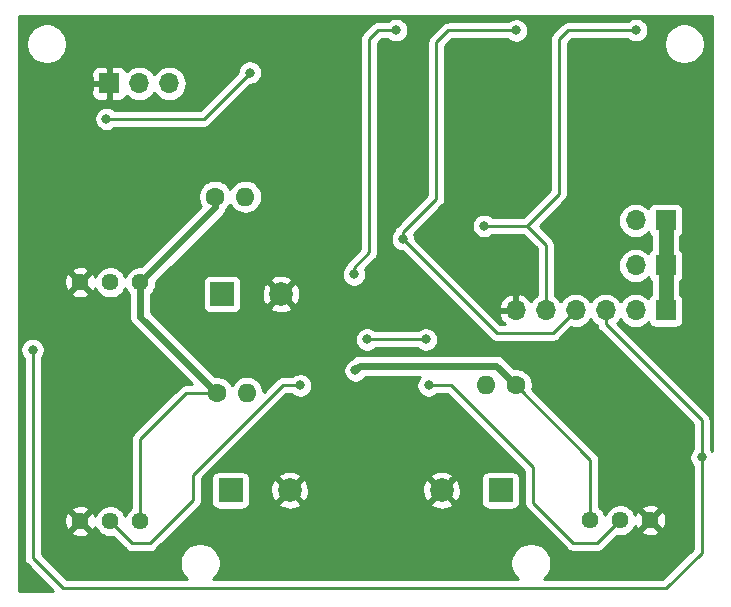
<source format=gbl>
G04 #@! TF.GenerationSoftware,KiCad,Pcbnew,(5.1.0)-1*
G04 #@! TF.CreationDate,2019-07-03T00:11:45+02:00*
G04 #@! TF.ProjectId,Sequencer_board,53657175-656e-4636-9572-5f626f617264,V0-1*
G04 #@! TF.SameCoordinates,Original*
G04 #@! TF.FileFunction,Copper,L2,Bot*
G04 #@! TF.FilePolarity,Positive*
%FSLAX46Y46*%
G04 Gerber Fmt 4.6, Leading zero omitted, Abs format (unit mm)*
G04 Created by KiCad (PCBNEW (5.1.0)-1) date 2019-07-03 00:11:45*
%MOMM*%
%LPD*%
G04 APERTURE LIST*
%ADD10O,1.700000X1.700000*%
%ADD11R,1.700000X1.700000*%
%ADD12C,2.000000*%
%ADD13R,2.000000X2.000000*%
%ADD14O,1.600000X1.600000*%
%ADD15C,1.600000*%
%ADD16C,1.440000*%
%ADD17C,0.800000*%
%ADD18C,1.250000*%
%ADD19C,0.250000*%
%ADD20C,0.600000*%
%ADD21C,0.254000*%
G04 APERTURE END LIST*
D10*
X63373000Y-96367600D03*
X60833000Y-96367600D03*
D11*
X58293000Y-96367600D03*
D12*
X72843400Y-114198400D03*
D13*
X67843400Y-114198400D03*
X91440000Y-130810000D03*
D12*
X86440000Y-130810000D03*
D13*
X68580000Y-130810000D03*
D12*
X73580000Y-130810000D03*
D11*
X105410000Y-107950000D03*
D10*
X102870000Y-107950000D03*
D11*
X105410000Y-115570000D03*
D10*
X102870000Y-115570000D03*
X100330000Y-115570000D03*
X97790000Y-115570000D03*
X95250000Y-115570000D03*
X92710000Y-115570000D03*
X102870000Y-111760000D03*
D11*
X105410000Y-111760000D03*
D14*
X69824600Y-105943400D03*
D15*
X67284600Y-105943400D03*
X92710000Y-121920000D03*
D14*
X90170000Y-121920000D03*
D15*
X67411600Y-122580400D03*
D14*
X69951600Y-122580400D03*
D16*
X60934600Y-113207800D03*
X58394600Y-113207800D03*
X55854600Y-113207800D03*
X104114600Y-133350000D03*
X101574600Y-133350000D03*
X99034600Y-133350000D03*
X60934600Y-133426200D03*
X58394600Y-133426200D03*
X55854600Y-133426200D03*
D17*
X88290400Y-117602000D03*
X84912200Y-114731800D03*
X79146400Y-120650000D03*
X108458000Y-128016000D03*
X51816000Y-118926000D03*
X58064400Y-99364800D03*
X70205600Y-95453200D03*
X83159600Y-109541600D03*
X92760800Y-91871800D03*
X90055700Y-108419900D03*
X102914800Y-91852400D03*
X79028400Y-112522000D03*
X82600800Y-91846400D03*
X80137000Y-118033800D03*
X85115400Y-118033800D03*
X85344000Y-121920000D03*
X74472800Y-121920000D03*
D18*
X105410000Y-115570000D02*
X105410000Y-111760000D01*
X105410000Y-111760000D02*
X105410000Y-107950000D01*
D19*
X99034600Y-128244600D02*
X92710000Y-121920000D01*
X99034600Y-133350000D02*
X99034600Y-128244600D01*
X79146400Y-120650000D02*
X79146400Y-120650000D01*
X60934600Y-133426200D02*
X60934600Y-126466600D01*
X60934600Y-126466600D02*
X64820800Y-122580400D01*
D20*
X79546399Y-120250001D02*
X79146400Y-120650000D01*
X91040001Y-120250001D02*
X79546399Y-120250001D01*
X92710000Y-121920000D02*
X91040001Y-120250001D01*
D19*
X64820800Y-122580400D02*
X67411600Y-122580400D01*
D20*
X60934600Y-116103400D02*
X60934600Y-113207800D01*
X67411600Y-122580400D02*
X60934600Y-116103400D01*
X67284600Y-106857800D02*
X67284600Y-105943400D01*
X60934600Y-113207800D02*
X67284600Y-106857800D01*
D19*
X100330000Y-116772081D02*
X108458000Y-124900081D01*
X100330000Y-115570000D02*
X100330000Y-116772081D01*
X108458000Y-124900081D02*
X108458000Y-128016000D01*
X108458000Y-128016000D02*
X108458000Y-128016000D01*
X51816000Y-118926000D02*
X51816000Y-136525000D01*
X51816000Y-136525000D02*
X54381400Y-139090400D01*
X54381400Y-139090400D02*
X105460800Y-139090400D01*
X108458000Y-136093200D02*
X108458000Y-128016000D01*
X105460800Y-139090400D02*
X108458000Y-136093200D01*
X58064400Y-99364800D02*
X58630085Y-99364800D01*
X58630085Y-99364800D02*
X66192400Y-99364800D01*
X66192400Y-99364800D02*
X66294000Y-99364800D01*
X66294000Y-99364800D02*
X70205600Y-95453200D01*
X70205600Y-95453200D02*
X70205600Y-95453200D01*
X97790000Y-115570000D02*
X95859600Y-117500400D01*
X91118400Y-117500400D02*
X83159600Y-109541600D01*
X95859600Y-117500400D02*
X91118400Y-117500400D01*
X83159600Y-108975915D02*
X86004400Y-106131115D01*
X83159600Y-109541600D02*
X83159600Y-108975915D01*
X86004400Y-106131115D02*
X86004400Y-92887800D01*
X87020400Y-91871800D02*
X92760800Y-91871800D01*
X86004400Y-92887800D02*
X87020400Y-91871800D01*
X95250000Y-110007400D02*
X95250000Y-115570000D01*
X90055700Y-108419900D02*
X93662500Y-108419900D01*
X93662500Y-108419900D02*
X95250000Y-110007400D01*
X97149000Y-91852400D02*
X102914800Y-91852400D01*
X96393000Y-92608400D02*
X97149000Y-91852400D01*
X93662500Y-108419900D02*
X96393000Y-105689400D01*
X96393000Y-105689400D02*
X96393000Y-92608400D01*
X79028400Y-111956315D02*
X80314800Y-110669915D01*
X79028400Y-112522000D02*
X79028400Y-111956315D01*
X80314800Y-110669915D02*
X80314800Y-92583000D01*
X80314800Y-92583000D02*
X81051400Y-91846400D01*
X81051400Y-91846400D02*
X82600800Y-91846400D01*
X82600800Y-91846400D02*
X82600800Y-91846400D01*
X80137000Y-118033800D02*
X80702685Y-118033800D01*
X80702685Y-118033800D02*
X85064600Y-118033800D01*
X85064600Y-118033800D02*
X85115400Y-118033800D01*
X85115400Y-118033800D02*
X85115400Y-118033800D01*
X101574600Y-133350000D02*
X99644200Y-135280400D01*
X99644200Y-135280400D02*
X97612200Y-135280400D01*
X97612200Y-135280400D02*
X94183200Y-131851400D01*
X94183200Y-131851400D02*
X94183200Y-128854200D01*
X94183200Y-128854200D02*
X87249000Y-121920000D01*
X87249000Y-121920000D02*
X85344000Y-121920000D01*
X85344000Y-121920000D02*
X85344000Y-121920000D01*
X58394600Y-133426200D02*
X60274200Y-135305800D01*
X60274200Y-135305800D02*
X61722000Y-135305800D01*
X61722000Y-135305800D02*
X65405000Y-131622800D01*
X65405000Y-131622800D02*
X65405000Y-129514600D01*
X65405000Y-129514600D02*
X72999600Y-121920000D01*
X72999600Y-121920000D02*
X74472800Y-121920000D01*
X74472800Y-121920000D02*
X74472800Y-121920000D01*
D21*
G36*
X109340000Y-127473056D02*
G01*
X109261937Y-127356226D01*
X109218000Y-127312289D01*
X109218000Y-124937404D01*
X109221676Y-124900081D01*
X109218000Y-124862758D01*
X109218000Y-124862748D01*
X109207003Y-124751095D01*
X109163546Y-124607834D01*
X109092974Y-124475805D01*
X108998001Y-124360080D01*
X108969004Y-124336283D01*
X101315226Y-116682506D01*
X101385134Y-116625134D01*
X101570706Y-116399014D01*
X101600000Y-116344209D01*
X101629294Y-116399014D01*
X101814866Y-116625134D01*
X102040986Y-116810706D01*
X102298966Y-116948599D01*
X102578889Y-117033513D01*
X102797050Y-117055000D01*
X102942950Y-117055000D01*
X103161111Y-117033513D01*
X103441034Y-116948599D01*
X103699014Y-116810706D01*
X103925134Y-116625134D01*
X103949607Y-116595313D01*
X103970498Y-116664180D01*
X104029463Y-116774494D01*
X104108815Y-116871185D01*
X104205506Y-116950537D01*
X104315820Y-117009502D01*
X104435518Y-117045812D01*
X104560000Y-117058072D01*
X106260000Y-117058072D01*
X106384482Y-117045812D01*
X106504180Y-117009502D01*
X106614494Y-116950537D01*
X106711185Y-116871185D01*
X106790537Y-116774494D01*
X106849502Y-116664180D01*
X106885812Y-116544482D01*
X106898072Y-116420000D01*
X106898072Y-114720000D01*
X106885812Y-114595518D01*
X106849502Y-114475820D01*
X106790537Y-114365506D01*
X106711185Y-114268815D01*
X106670000Y-114235015D01*
X106670000Y-113094985D01*
X106711185Y-113061185D01*
X106790537Y-112964494D01*
X106849502Y-112854180D01*
X106885812Y-112734482D01*
X106898072Y-112610000D01*
X106898072Y-110910000D01*
X106885812Y-110785518D01*
X106849502Y-110665820D01*
X106790537Y-110555506D01*
X106711185Y-110458815D01*
X106670000Y-110425015D01*
X106670000Y-109284985D01*
X106711185Y-109251185D01*
X106790537Y-109154494D01*
X106849502Y-109044180D01*
X106885812Y-108924482D01*
X106898072Y-108800000D01*
X106898072Y-107100000D01*
X106885812Y-106975518D01*
X106849502Y-106855820D01*
X106790537Y-106745506D01*
X106711185Y-106648815D01*
X106614494Y-106569463D01*
X106504180Y-106510498D01*
X106384482Y-106474188D01*
X106260000Y-106461928D01*
X104560000Y-106461928D01*
X104435518Y-106474188D01*
X104315820Y-106510498D01*
X104205506Y-106569463D01*
X104108815Y-106648815D01*
X104029463Y-106745506D01*
X103970498Y-106855820D01*
X103949607Y-106924687D01*
X103925134Y-106894866D01*
X103699014Y-106709294D01*
X103441034Y-106571401D01*
X103161111Y-106486487D01*
X102942950Y-106465000D01*
X102797050Y-106465000D01*
X102578889Y-106486487D01*
X102298966Y-106571401D01*
X102040986Y-106709294D01*
X101814866Y-106894866D01*
X101629294Y-107120986D01*
X101491401Y-107378966D01*
X101406487Y-107658889D01*
X101377815Y-107950000D01*
X101406487Y-108241111D01*
X101491401Y-108521034D01*
X101629294Y-108779014D01*
X101814866Y-109005134D01*
X102040986Y-109190706D01*
X102298966Y-109328599D01*
X102578889Y-109413513D01*
X102797050Y-109435000D01*
X102942950Y-109435000D01*
X103161111Y-109413513D01*
X103441034Y-109328599D01*
X103699014Y-109190706D01*
X103925134Y-109005134D01*
X103949607Y-108975313D01*
X103970498Y-109044180D01*
X104029463Y-109154494D01*
X104108815Y-109251185D01*
X104150001Y-109284985D01*
X104150000Y-110425015D01*
X104108815Y-110458815D01*
X104029463Y-110555506D01*
X103970498Y-110665820D01*
X103949607Y-110734687D01*
X103925134Y-110704866D01*
X103699014Y-110519294D01*
X103441034Y-110381401D01*
X103161111Y-110296487D01*
X102942950Y-110275000D01*
X102797050Y-110275000D01*
X102578889Y-110296487D01*
X102298966Y-110381401D01*
X102040986Y-110519294D01*
X101814866Y-110704866D01*
X101629294Y-110930986D01*
X101491401Y-111188966D01*
X101406487Y-111468889D01*
X101377815Y-111760000D01*
X101406487Y-112051111D01*
X101491401Y-112331034D01*
X101629294Y-112589014D01*
X101814866Y-112815134D01*
X102040986Y-113000706D01*
X102298966Y-113138599D01*
X102578889Y-113223513D01*
X102797050Y-113245000D01*
X102942950Y-113245000D01*
X103161111Y-113223513D01*
X103441034Y-113138599D01*
X103699014Y-113000706D01*
X103925134Y-112815134D01*
X103949607Y-112785313D01*
X103970498Y-112854180D01*
X104029463Y-112964494D01*
X104108815Y-113061185D01*
X104150001Y-113094985D01*
X104150000Y-114235015D01*
X104108815Y-114268815D01*
X104029463Y-114365506D01*
X103970498Y-114475820D01*
X103949607Y-114544687D01*
X103925134Y-114514866D01*
X103699014Y-114329294D01*
X103441034Y-114191401D01*
X103161111Y-114106487D01*
X102942950Y-114085000D01*
X102797050Y-114085000D01*
X102578889Y-114106487D01*
X102298966Y-114191401D01*
X102040986Y-114329294D01*
X101814866Y-114514866D01*
X101629294Y-114740986D01*
X101600000Y-114795791D01*
X101570706Y-114740986D01*
X101385134Y-114514866D01*
X101159014Y-114329294D01*
X100901034Y-114191401D01*
X100621111Y-114106487D01*
X100402950Y-114085000D01*
X100257050Y-114085000D01*
X100038889Y-114106487D01*
X99758966Y-114191401D01*
X99500986Y-114329294D01*
X99274866Y-114514866D01*
X99089294Y-114740986D01*
X99060000Y-114795791D01*
X99030706Y-114740986D01*
X98845134Y-114514866D01*
X98619014Y-114329294D01*
X98361034Y-114191401D01*
X98081111Y-114106487D01*
X97862950Y-114085000D01*
X97717050Y-114085000D01*
X97498889Y-114106487D01*
X97218966Y-114191401D01*
X96960986Y-114329294D01*
X96734866Y-114514866D01*
X96549294Y-114740986D01*
X96520000Y-114795791D01*
X96490706Y-114740986D01*
X96305134Y-114514866D01*
X96079014Y-114329294D01*
X96010000Y-114292405D01*
X96010000Y-110044722D01*
X96013676Y-110007399D01*
X96010000Y-109970076D01*
X96010000Y-109970067D01*
X95999003Y-109858414D01*
X95955546Y-109715153D01*
X95884974Y-109583123D01*
X95813799Y-109496397D01*
X95790001Y-109467399D01*
X95761004Y-109443602D01*
X94737301Y-108419900D01*
X96904004Y-106253198D01*
X96933001Y-106229401D01*
X96986529Y-106164177D01*
X97027974Y-106113677D01*
X97098546Y-105981647D01*
X97141856Y-105838869D01*
X97142003Y-105838386D01*
X97153000Y-105726733D01*
X97153000Y-105726724D01*
X97156676Y-105689401D01*
X97153000Y-105652078D01*
X97153000Y-92923202D01*
X97463802Y-92612400D01*
X102211089Y-92612400D01*
X102255026Y-92656337D01*
X102424544Y-92769605D01*
X102612902Y-92847626D01*
X102812861Y-92887400D01*
X103016739Y-92887400D01*
X103216698Y-92847626D01*
X103261382Y-92829117D01*
X105265000Y-92829117D01*
X105265000Y-93170883D01*
X105331675Y-93506081D01*
X105462463Y-93821831D01*
X105652337Y-94105998D01*
X105894002Y-94347663D01*
X106178169Y-94537537D01*
X106493919Y-94668325D01*
X106829117Y-94735000D01*
X107170883Y-94735000D01*
X107506081Y-94668325D01*
X107821831Y-94537537D01*
X108105998Y-94347663D01*
X108347663Y-94105998D01*
X108537537Y-93821831D01*
X108668325Y-93506081D01*
X108735000Y-93170883D01*
X108735000Y-92829117D01*
X108668325Y-92493919D01*
X108537537Y-92178169D01*
X108347663Y-91894002D01*
X108105998Y-91652337D01*
X107821831Y-91462463D01*
X107506081Y-91331675D01*
X107170883Y-91265000D01*
X106829117Y-91265000D01*
X106493919Y-91331675D01*
X106178169Y-91462463D01*
X105894002Y-91652337D01*
X105652337Y-91894002D01*
X105462463Y-92178169D01*
X105331675Y-92493919D01*
X105265000Y-92829117D01*
X103261382Y-92829117D01*
X103405056Y-92769605D01*
X103574574Y-92656337D01*
X103718737Y-92512174D01*
X103832005Y-92342656D01*
X103910026Y-92154298D01*
X103949800Y-91954339D01*
X103949800Y-91750461D01*
X103910026Y-91550502D01*
X103832005Y-91362144D01*
X103718737Y-91192626D01*
X103574574Y-91048463D01*
X103405056Y-90935195D01*
X103216698Y-90857174D01*
X103016739Y-90817400D01*
X102812861Y-90817400D01*
X102612902Y-90857174D01*
X102424544Y-90935195D01*
X102255026Y-91048463D01*
X102211089Y-91092400D01*
X97186322Y-91092400D01*
X97148999Y-91088724D01*
X97111676Y-91092400D01*
X97111667Y-91092400D01*
X97000014Y-91103397D01*
X96856753Y-91146854D01*
X96724724Y-91217426D01*
X96724722Y-91217427D01*
X96724723Y-91217427D01*
X96637996Y-91288601D01*
X96637992Y-91288605D01*
X96608999Y-91312399D01*
X96585205Y-91341392D01*
X95881997Y-92044601D01*
X95853000Y-92068399D01*
X95829202Y-92097397D01*
X95829201Y-92097398D01*
X95758026Y-92184124D01*
X95687454Y-92316154D01*
X95669059Y-92376798D01*
X95643998Y-92459414D01*
X95639333Y-92506774D01*
X95629324Y-92608400D01*
X95633001Y-92645732D01*
X95633000Y-105374598D01*
X93347699Y-107659900D01*
X90759411Y-107659900D01*
X90715474Y-107615963D01*
X90545956Y-107502695D01*
X90357598Y-107424674D01*
X90157639Y-107384900D01*
X89953761Y-107384900D01*
X89753802Y-107424674D01*
X89565444Y-107502695D01*
X89395926Y-107615963D01*
X89251763Y-107760126D01*
X89138495Y-107929644D01*
X89060474Y-108118002D01*
X89020700Y-108317961D01*
X89020700Y-108521839D01*
X89060474Y-108721798D01*
X89138495Y-108910156D01*
X89251763Y-109079674D01*
X89395926Y-109223837D01*
X89565444Y-109337105D01*
X89753802Y-109415126D01*
X89953761Y-109454900D01*
X90157639Y-109454900D01*
X90357598Y-109415126D01*
X90545956Y-109337105D01*
X90715474Y-109223837D01*
X90759411Y-109179900D01*
X93347699Y-109179900D01*
X94490000Y-110322202D01*
X94490001Y-114292405D01*
X94420986Y-114329294D01*
X94194866Y-114514866D01*
X94009294Y-114740986D01*
X93974799Y-114805523D01*
X93905178Y-114688645D01*
X93710269Y-114472412D01*
X93476920Y-114298359D01*
X93214099Y-114173175D01*
X93066890Y-114128524D01*
X92837000Y-114249845D01*
X92837000Y-115443000D01*
X92857000Y-115443000D01*
X92857000Y-115697000D01*
X92837000Y-115697000D01*
X92837000Y-115717000D01*
X92583000Y-115717000D01*
X92583000Y-115697000D01*
X91389186Y-115697000D01*
X91268519Y-115926891D01*
X91365843Y-116201252D01*
X91514822Y-116451355D01*
X91709731Y-116667588D01*
X91807348Y-116740400D01*
X91433202Y-116740400D01*
X89905911Y-115213109D01*
X91268519Y-115213109D01*
X91389186Y-115443000D01*
X92583000Y-115443000D01*
X92583000Y-114249845D01*
X92353110Y-114128524D01*
X92205901Y-114173175D01*
X91943080Y-114298359D01*
X91709731Y-114472412D01*
X91514822Y-114688645D01*
X91365843Y-114938748D01*
X91268519Y-115213109D01*
X89905911Y-115213109D01*
X84194600Y-109501799D01*
X84194600Y-109439661D01*
X84154826Y-109239702D01*
X84100871Y-109109445D01*
X86515404Y-106694913D01*
X86544401Y-106671116D01*
X86639374Y-106555391D01*
X86709946Y-106423362D01*
X86753403Y-106280101D01*
X86764400Y-106168448D01*
X86764400Y-106168440D01*
X86768076Y-106131115D01*
X86764400Y-106093790D01*
X86764400Y-93202601D01*
X87335202Y-92631800D01*
X92057089Y-92631800D01*
X92101026Y-92675737D01*
X92270544Y-92789005D01*
X92458902Y-92867026D01*
X92658861Y-92906800D01*
X92862739Y-92906800D01*
X93062698Y-92867026D01*
X93251056Y-92789005D01*
X93420574Y-92675737D01*
X93564737Y-92531574D01*
X93678005Y-92362056D01*
X93756026Y-92173698D01*
X93795800Y-91973739D01*
X93795800Y-91769861D01*
X93756026Y-91569902D01*
X93678005Y-91381544D01*
X93564737Y-91212026D01*
X93420574Y-91067863D01*
X93251056Y-90954595D01*
X93062698Y-90876574D01*
X92862739Y-90836800D01*
X92658861Y-90836800D01*
X92458902Y-90876574D01*
X92270544Y-90954595D01*
X92101026Y-91067863D01*
X92057089Y-91111800D01*
X87057722Y-91111800D01*
X87020400Y-91108124D01*
X86983077Y-91111800D01*
X86983067Y-91111800D01*
X86871414Y-91122797D01*
X86728153Y-91166254D01*
X86596123Y-91236826D01*
X86540347Y-91282601D01*
X86480399Y-91331799D01*
X86456601Y-91360797D01*
X85493398Y-92324001D01*
X85464400Y-92347799D01*
X85440602Y-92376797D01*
X85440601Y-92376798D01*
X85369426Y-92463524D01*
X85298854Y-92595554D01*
X85255398Y-92738815D01*
X85240724Y-92887800D01*
X85244401Y-92925132D01*
X85244400Y-105816313D01*
X82648598Y-108412116D01*
X82619600Y-108435914D01*
X82595802Y-108464912D01*
X82595801Y-108464913D01*
X82524626Y-108551639D01*
X82485737Y-108624395D01*
X82454054Y-108683668D01*
X82410613Y-108826876D01*
X82355663Y-108881826D01*
X82242395Y-109051344D01*
X82164374Y-109239702D01*
X82124600Y-109439661D01*
X82124600Y-109643539D01*
X82164374Y-109843498D01*
X82242395Y-110031856D01*
X82355663Y-110201374D01*
X82499826Y-110345537D01*
X82669344Y-110458805D01*
X82857702Y-110536826D01*
X83057661Y-110576600D01*
X83119799Y-110576600D01*
X90554601Y-118011403D01*
X90578399Y-118040401D01*
X90607397Y-118064199D01*
X90694123Y-118135374D01*
X90744541Y-118162323D01*
X90826153Y-118205946D01*
X90969414Y-118249403D01*
X91081067Y-118260400D01*
X91081077Y-118260400D01*
X91118400Y-118264076D01*
X91155723Y-118260400D01*
X95822278Y-118260400D01*
X95859600Y-118264076D01*
X95896922Y-118260400D01*
X95896933Y-118260400D01*
X96008586Y-118249403D01*
X96151847Y-118205946D01*
X96283876Y-118135374D01*
X96399601Y-118040401D01*
X96423404Y-118011397D01*
X97424005Y-117010797D01*
X97498889Y-117033513D01*
X97717050Y-117055000D01*
X97862950Y-117055000D01*
X98081111Y-117033513D01*
X98361034Y-116948599D01*
X98619014Y-116810706D01*
X98845134Y-116625134D01*
X99030706Y-116399014D01*
X99060000Y-116344209D01*
X99089294Y-116399014D01*
X99274866Y-116625134D01*
X99500986Y-116810706D01*
X99573971Y-116849717D01*
X99580998Y-116921067D01*
X99592929Y-116960399D01*
X99624454Y-117064327D01*
X99695026Y-117196357D01*
X99758583Y-117273800D01*
X99790000Y-117312082D01*
X99818998Y-117335880D01*
X107698000Y-125214883D01*
X107698001Y-127312288D01*
X107654063Y-127356226D01*
X107540795Y-127525744D01*
X107462774Y-127714102D01*
X107423000Y-127914061D01*
X107423000Y-128117939D01*
X107462774Y-128317898D01*
X107540795Y-128506256D01*
X107654063Y-128675774D01*
X107698001Y-128719712D01*
X107698000Y-135778398D01*
X105145999Y-138330400D01*
X95123261Y-138330400D01*
X95347663Y-138105998D01*
X95537537Y-137821831D01*
X95668325Y-137506081D01*
X95735000Y-137170883D01*
X95735000Y-136829117D01*
X95668325Y-136493919D01*
X95537537Y-136178169D01*
X95347663Y-135894002D01*
X95105998Y-135652337D01*
X94821831Y-135462463D01*
X94506081Y-135331675D01*
X94170883Y-135265000D01*
X93829117Y-135265000D01*
X93493919Y-135331675D01*
X93178169Y-135462463D01*
X92894002Y-135652337D01*
X92652337Y-135894002D01*
X92462463Y-136178169D01*
X92331675Y-136493919D01*
X92265000Y-136829117D01*
X92265000Y-137170883D01*
X92331675Y-137506081D01*
X92462463Y-137821831D01*
X92652337Y-138105998D01*
X92876739Y-138330400D01*
X67123261Y-138330400D01*
X67347663Y-138105998D01*
X67537537Y-137821831D01*
X67668325Y-137506081D01*
X67735000Y-137170883D01*
X67735000Y-136829117D01*
X67668325Y-136493919D01*
X67537537Y-136178169D01*
X67347663Y-135894002D01*
X67105998Y-135652337D01*
X66821831Y-135462463D01*
X66506081Y-135331675D01*
X66170883Y-135265000D01*
X65829117Y-135265000D01*
X65493919Y-135331675D01*
X65178169Y-135462463D01*
X64894002Y-135652337D01*
X64652337Y-135894002D01*
X64462463Y-136178169D01*
X64331675Y-136493919D01*
X64265000Y-136829117D01*
X64265000Y-137170883D01*
X64331675Y-137506081D01*
X64462463Y-137821831D01*
X64652337Y-138105998D01*
X64876739Y-138330400D01*
X54696203Y-138330400D01*
X52576000Y-136210199D01*
X52576000Y-134361760D01*
X55098645Y-134361760D01*
X55160532Y-134597568D01*
X55402390Y-134710466D01*
X55661627Y-134774011D01*
X55928280Y-134785761D01*
X56192101Y-134745263D01*
X56442953Y-134654075D01*
X56548668Y-134597568D01*
X56610555Y-134361760D01*
X55854600Y-133605805D01*
X55098645Y-134361760D01*
X52576000Y-134361760D01*
X52576000Y-133499880D01*
X54495039Y-133499880D01*
X54535537Y-133763701D01*
X54626725Y-134014553D01*
X54683232Y-134120268D01*
X54919040Y-134182155D01*
X55674995Y-133426200D01*
X54919040Y-132670245D01*
X54683232Y-132732132D01*
X54570334Y-132973990D01*
X54506789Y-133233227D01*
X54495039Y-133499880D01*
X52576000Y-133499880D01*
X52576000Y-132490640D01*
X55098645Y-132490640D01*
X55854600Y-133246595D01*
X56610555Y-132490640D01*
X56548668Y-132254832D01*
X56306810Y-132141934D01*
X56047573Y-132078389D01*
X55780920Y-132066639D01*
X55517099Y-132107137D01*
X55266247Y-132198325D01*
X55160532Y-132254832D01*
X55098645Y-132490640D01*
X52576000Y-132490640D01*
X52576000Y-119629711D01*
X52619937Y-119585774D01*
X52733205Y-119416256D01*
X52811226Y-119227898D01*
X52851000Y-119027939D01*
X52851000Y-118824061D01*
X52811226Y-118624102D01*
X52733205Y-118435744D01*
X52619937Y-118266226D01*
X52475774Y-118122063D01*
X52306256Y-118008795D01*
X52117898Y-117930774D01*
X51917939Y-117891000D01*
X51714061Y-117891000D01*
X51514102Y-117930774D01*
X51325744Y-118008795D01*
X51156226Y-118122063D01*
X51012063Y-118266226D01*
X50898795Y-118435744D01*
X50820774Y-118624102D01*
X50781000Y-118824061D01*
X50781000Y-119027939D01*
X50820774Y-119227898D01*
X50898795Y-119416256D01*
X51012063Y-119585774D01*
X51056000Y-119629711D01*
X51056001Y-136487667D01*
X51052324Y-136525000D01*
X51066998Y-136673985D01*
X51110454Y-136817246D01*
X51181026Y-136949276D01*
X51252201Y-137036002D01*
X51276000Y-137065001D01*
X51304998Y-137088799D01*
X53556197Y-139340000D01*
X50660000Y-139340000D01*
X50660000Y-114143360D01*
X55098645Y-114143360D01*
X55160532Y-114379168D01*
X55402390Y-114492066D01*
X55661627Y-114555611D01*
X55928280Y-114567361D01*
X56192101Y-114526863D01*
X56442953Y-114435675D01*
X56548668Y-114379168D01*
X56610555Y-114143360D01*
X55854600Y-113387405D01*
X55098645Y-114143360D01*
X50660000Y-114143360D01*
X50660000Y-113281480D01*
X54495039Y-113281480D01*
X54535537Y-113545301D01*
X54626725Y-113796153D01*
X54683232Y-113901868D01*
X54919040Y-113963755D01*
X55674995Y-113207800D01*
X56034205Y-113207800D01*
X56790160Y-113963755D01*
X57025968Y-113901868D01*
X57126364Y-113686793D01*
X57193815Y-113849633D01*
X57342103Y-114071562D01*
X57530838Y-114260297D01*
X57752767Y-114408585D01*
X57999361Y-114510728D01*
X58261144Y-114562800D01*
X58528056Y-114562800D01*
X58789839Y-114510728D01*
X59036433Y-114408585D01*
X59258362Y-114260297D01*
X59447097Y-114071562D01*
X59595385Y-113849633D01*
X59664600Y-113682534D01*
X59733815Y-113849633D01*
X59882103Y-114071562D01*
X59999601Y-114189060D01*
X59999600Y-116057468D01*
X59995076Y-116103400D01*
X59999600Y-116149331D01*
X60013129Y-116286691D01*
X60066593Y-116462939D01*
X60153414Y-116625371D01*
X60270256Y-116767744D01*
X60305941Y-116797030D01*
X65329310Y-121820400D01*
X64858125Y-121820400D01*
X64820800Y-121816724D01*
X64783475Y-121820400D01*
X64783467Y-121820400D01*
X64671814Y-121831397D01*
X64528553Y-121874854D01*
X64396524Y-121945426D01*
X64280799Y-122040399D01*
X64257001Y-122069397D01*
X60423598Y-125902801D01*
X60394600Y-125926599D01*
X60370802Y-125955597D01*
X60370801Y-125955598D01*
X60299626Y-126042324D01*
X60229054Y-126174354D01*
X60185598Y-126317615D01*
X60170924Y-126466600D01*
X60174601Y-126503932D01*
X60174600Y-132304371D01*
X60070838Y-132373703D01*
X59882103Y-132562438D01*
X59733815Y-132784367D01*
X59664600Y-132951466D01*
X59595385Y-132784367D01*
X59447097Y-132562438D01*
X59258362Y-132373703D01*
X59036433Y-132225415D01*
X58789839Y-132123272D01*
X58528056Y-132071200D01*
X58261144Y-132071200D01*
X57999361Y-132123272D01*
X57752767Y-132225415D01*
X57530838Y-132373703D01*
X57342103Y-132562438D01*
X57193815Y-132784367D01*
X57124162Y-132952524D01*
X57082475Y-132837847D01*
X57025968Y-132732132D01*
X56790160Y-132670245D01*
X56034205Y-133426200D01*
X56790160Y-134182155D01*
X57025968Y-134120268D01*
X57126364Y-133905193D01*
X57193815Y-134068033D01*
X57342103Y-134289962D01*
X57530838Y-134478697D01*
X57752767Y-134626985D01*
X57999361Y-134729128D01*
X58261144Y-134781200D01*
X58528056Y-134781200D01*
X58650452Y-134756854D01*
X59710401Y-135816803D01*
X59734199Y-135845801D01*
X59849924Y-135940774D01*
X59981953Y-136011346D01*
X60125214Y-136054803D01*
X60236867Y-136065800D01*
X60236877Y-136065800D01*
X60274200Y-136069476D01*
X60311523Y-136065800D01*
X61684678Y-136065800D01*
X61722000Y-136069476D01*
X61759322Y-136065800D01*
X61759333Y-136065800D01*
X61870986Y-136054803D01*
X62014247Y-136011346D01*
X62146276Y-135940774D01*
X62262001Y-135845801D01*
X62285804Y-135816797D01*
X65916004Y-132186598D01*
X65945001Y-132162801D01*
X66039974Y-132047076D01*
X66110546Y-131915047D01*
X66154003Y-131771786D01*
X66165000Y-131660133D01*
X66165000Y-131660132D01*
X66168677Y-131622800D01*
X66165000Y-131585467D01*
X66165000Y-129829401D01*
X66184401Y-129810000D01*
X66941928Y-129810000D01*
X66941928Y-131810000D01*
X66954188Y-131934482D01*
X66990498Y-132054180D01*
X67049463Y-132164494D01*
X67128815Y-132261185D01*
X67225506Y-132340537D01*
X67335820Y-132399502D01*
X67455518Y-132435812D01*
X67580000Y-132448072D01*
X69580000Y-132448072D01*
X69704482Y-132435812D01*
X69824180Y-132399502D01*
X69934494Y-132340537D01*
X70031185Y-132261185D01*
X70110537Y-132164494D01*
X70169502Y-132054180D01*
X70202496Y-131945413D01*
X72624192Y-131945413D01*
X72719956Y-132209814D01*
X73009571Y-132350704D01*
X73321108Y-132432384D01*
X73642595Y-132451718D01*
X73961675Y-132407961D01*
X74266088Y-132302795D01*
X74440044Y-132209814D01*
X74535808Y-131945413D01*
X85484192Y-131945413D01*
X85579956Y-132209814D01*
X85869571Y-132350704D01*
X86181108Y-132432384D01*
X86502595Y-132451718D01*
X86821675Y-132407961D01*
X87126088Y-132302795D01*
X87300044Y-132209814D01*
X87395808Y-131945413D01*
X86440000Y-130989605D01*
X85484192Y-131945413D01*
X74535808Y-131945413D01*
X73580000Y-130989605D01*
X72624192Y-131945413D01*
X70202496Y-131945413D01*
X70205812Y-131934482D01*
X70218072Y-131810000D01*
X70218072Y-130872595D01*
X71938282Y-130872595D01*
X71982039Y-131191675D01*
X72087205Y-131496088D01*
X72180186Y-131670044D01*
X72444587Y-131765808D01*
X73400395Y-130810000D01*
X73759605Y-130810000D01*
X74715413Y-131765808D01*
X74979814Y-131670044D01*
X75120704Y-131380429D01*
X75202384Y-131068892D01*
X75214189Y-130872595D01*
X84798282Y-130872595D01*
X84842039Y-131191675D01*
X84947205Y-131496088D01*
X85040186Y-131670044D01*
X85304587Y-131765808D01*
X86260395Y-130810000D01*
X86619605Y-130810000D01*
X87575413Y-131765808D01*
X87839814Y-131670044D01*
X87980704Y-131380429D01*
X88062384Y-131068892D01*
X88081718Y-130747405D01*
X88037961Y-130428325D01*
X87932795Y-130123912D01*
X87839814Y-129949956D01*
X87575413Y-129854192D01*
X86619605Y-130810000D01*
X86260395Y-130810000D01*
X85304587Y-129854192D01*
X85040186Y-129949956D01*
X84899296Y-130239571D01*
X84817616Y-130551108D01*
X84798282Y-130872595D01*
X75214189Y-130872595D01*
X75221718Y-130747405D01*
X75177961Y-130428325D01*
X75072795Y-130123912D01*
X74979814Y-129949956D01*
X74715413Y-129854192D01*
X73759605Y-130810000D01*
X73400395Y-130810000D01*
X72444587Y-129854192D01*
X72180186Y-129949956D01*
X72039296Y-130239571D01*
X71957616Y-130551108D01*
X71938282Y-130872595D01*
X70218072Y-130872595D01*
X70218072Y-129810000D01*
X70205812Y-129685518D01*
X70202497Y-129674587D01*
X72624192Y-129674587D01*
X73580000Y-130630395D01*
X74535808Y-129674587D01*
X85484192Y-129674587D01*
X86440000Y-130630395D01*
X87260395Y-129810000D01*
X89801928Y-129810000D01*
X89801928Y-131810000D01*
X89814188Y-131934482D01*
X89850498Y-132054180D01*
X89909463Y-132164494D01*
X89988815Y-132261185D01*
X90085506Y-132340537D01*
X90195820Y-132399502D01*
X90315518Y-132435812D01*
X90440000Y-132448072D01*
X92440000Y-132448072D01*
X92564482Y-132435812D01*
X92684180Y-132399502D01*
X92794494Y-132340537D01*
X92891185Y-132261185D01*
X92970537Y-132164494D01*
X93029502Y-132054180D01*
X93065812Y-131934482D01*
X93078072Y-131810000D01*
X93078072Y-129810000D01*
X93065812Y-129685518D01*
X93029502Y-129565820D01*
X92970537Y-129455506D01*
X92891185Y-129358815D01*
X92794494Y-129279463D01*
X92684180Y-129220498D01*
X92564482Y-129184188D01*
X92440000Y-129171928D01*
X90440000Y-129171928D01*
X90315518Y-129184188D01*
X90195820Y-129220498D01*
X90085506Y-129279463D01*
X89988815Y-129358815D01*
X89909463Y-129455506D01*
X89850498Y-129565820D01*
X89814188Y-129685518D01*
X89801928Y-129810000D01*
X87260395Y-129810000D01*
X87395808Y-129674587D01*
X87300044Y-129410186D01*
X87010429Y-129269296D01*
X86698892Y-129187616D01*
X86377405Y-129168282D01*
X86058325Y-129212039D01*
X85753912Y-129317205D01*
X85579956Y-129410186D01*
X85484192Y-129674587D01*
X74535808Y-129674587D01*
X74440044Y-129410186D01*
X74150429Y-129269296D01*
X73838892Y-129187616D01*
X73517405Y-129168282D01*
X73198325Y-129212039D01*
X72893912Y-129317205D01*
X72719956Y-129410186D01*
X72624192Y-129674587D01*
X70202497Y-129674587D01*
X70169502Y-129565820D01*
X70110537Y-129455506D01*
X70031185Y-129358815D01*
X69934494Y-129279463D01*
X69824180Y-129220498D01*
X69704482Y-129184188D01*
X69580000Y-129171928D01*
X67580000Y-129171928D01*
X67455518Y-129184188D01*
X67335820Y-129220498D01*
X67225506Y-129279463D01*
X67128815Y-129358815D01*
X67049463Y-129455506D01*
X66990498Y-129565820D01*
X66954188Y-129685518D01*
X66941928Y-129810000D01*
X66184401Y-129810000D01*
X73314402Y-122680000D01*
X73769089Y-122680000D01*
X73813026Y-122723937D01*
X73982544Y-122837205D01*
X74170902Y-122915226D01*
X74370861Y-122955000D01*
X74574739Y-122955000D01*
X74774698Y-122915226D01*
X74963056Y-122837205D01*
X75132574Y-122723937D01*
X75276737Y-122579774D01*
X75390005Y-122410256D01*
X75468026Y-122221898D01*
X75507800Y-122021939D01*
X75507800Y-121818061D01*
X75468026Y-121618102D01*
X75390005Y-121429744D01*
X75276737Y-121260226D01*
X75132574Y-121116063D01*
X74963056Y-121002795D01*
X74774698Y-120924774D01*
X74574739Y-120885000D01*
X74370861Y-120885000D01*
X74170902Y-120924774D01*
X73982544Y-121002795D01*
X73813026Y-121116063D01*
X73769089Y-121160000D01*
X73036922Y-121160000D01*
X72999599Y-121156324D01*
X72962276Y-121160000D01*
X72962267Y-121160000D01*
X72850614Y-121170997D01*
X72707353Y-121214454D01*
X72575324Y-121285026D01*
X72459599Y-121379999D01*
X72435801Y-121408997D01*
X71381964Y-122462835D01*
X71365836Y-122299091D01*
X71283782Y-122028592D01*
X71150532Y-121779299D01*
X70971208Y-121560792D01*
X70752701Y-121381468D01*
X70503408Y-121248218D01*
X70232909Y-121166164D01*
X70022092Y-121145400D01*
X69881108Y-121145400D01*
X69670291Y-121166164D01*
X69399792Y-121248218D01*
X69150499Y-121381468D01*
X68931992Y-121560792D01*
X68752668Y-121779299D01*
X68685250Y-121905429D01*
X68683280Y-121900673D01*
X68526237Y-121665641D01*
X68326359Y-121465763D01*
X68091327Y-121308720D01*
X67830174Y-121200547D01*
X67552935Y-121145400D01*
X67298890Y-121145400D01*
X66701551Y-120548061D01*
X78111400Y-120548061D01*
X78111400Y-120751939D01*
X78151174Y-120951898D01*
X78229195Y-121140256D01*
X78342463Y-121309774D01*
X78486626Y-121453937D01*
X78656144Y-121567205D01*
X78844502Y-121645226D01*
X79044461Y-121685000D01*
X79248339Y-121685000D01*
X79448298Y-121645226D01*
X79636656Y-121567205D01*
X79806174Y-121453937D01*
X79950337Y-121309774D01*
X80033707Y-121185001D01*
X84615288Y-121185001D01*
X84540063Y-121260226D01*
X84426795Y-121429744D01*
X84348774Y-121618102D01*
X84309000Y-121818061D01*
X84309000Y-122021939D01*
X84348774Y-122221898D01*
X84426795Y-122410256D01*
X84540063Y-122579774D01*
X84684226Y-122723937D01*
X84853744Y-122837205D01*
X85042102Y-122915226D01*
X85242061Y-122955000D01*
X85445939Y-122955000D01*
X85645898Y-122915226D01*
X85834256Y-122837205D01*
X86003774Y-122723937D01*
X86047711Y-122680000D01*
X86934199Y-122680000D01*
X93423201Y-129169003D01*
X93423200Y-131814077D01*
X93419524Y-131851400D01*
X93423200Y-131888722D01*
X93423200Y-131888732D01*
X93434197Y-132000385D01*
X93471126Y-132122125D01*
X93477654Y-132143646D01*
X93548226Y-132275676D01*
X93588071Y-132324226D01*
X93643199Y-132391401D01*
X93672203Y-132415204D01*
X97048401Y-135791403D01*
X97072199Y-135820401D01*
X97187924Y-135915374D01*
X97319953Y-135985946D01*
X97463214Y-136029403D01*
X97574867Y-136040400D01*
X97574876Y-136040400D01*
X97612199Y-136044076D01*
X97649522Y-136040400D01*
X99606878Y-136040400D01*
X99644200Y-136044076D01*
X99681522Y-136040400D01*
X99681533Y-136040400D01*
X99793186Y-136029403D01*
X99936447Y-135985946D01*
X100068476Y-135915374D01*
X100184201Y-135820401D01*
X100208004Y-135791397D01*
X101318748Y-134680654D01*
X101441144Y-134705000D01*
X101708056Y-134705000D01*
X101969839Y-134652928D01*
X102216433Y-134550785D01*
X102438362Y-134402497D01*
X102555299Y-134285560D01*
X103358645Y-134285560D01*
X103420532Y-134521368D01*
X103662390Y-134634266D01*
X103921627Y-134697811D01*
X104188280Y-134709561D01*
X104452101Y-134669063D01*
X104702953Y-134577875D01*
X104808668Y-134521368D01*
X104870555Y-134285560D01*
X104114600Y-133529605D01*
X103358645Y-134285560D01*
X102555299Y-134285560D01*
X102627097Y-134213762D01*
X102775385Y-133991833D01*
X102845038Y-133823676D01*
X102886725Y-133938353D01*
X102943232Y-134044068D01*
X103179040Y-134105955D01*
X103934995Y-133350000D01*
X104294205Y-133350000D01*
X105050160Y-134105955D01*
X105285968Y-134044068D01*
X105398866Y-133802210D01*
X105462411Y-133542973D01*
X105474161Y-133276320D01*
X105433663Y-133012499D01*
X105342475Y-132761647D01*
X105285968Y-132655932D01*
X105050160Y-132594045D01*
X104294205Y-133350000D01*
X103934995Y-133350000D01*
X103179040Y-132594045D01*
X102943232Y-132655932D01*
X102842836Y-132871007D01*
X102775385Y-132708167D01*
X102627097Y-132486238D01*
X102555299Y-132414440D01*
X103358645Y-132414440D01*
X104114600Y-133170395D01*
X104870555Y-132414440D01*
X104808668Y-132178632D01*
X104566810Y-132065734D01*
X104307573Y-132002189D01*
X104040920Y-131990439D01*
X103777099Y-132030937D01*
X103526247Y-132122125D01*
X103420532Y-132178632D01*
X103358645Y-132414440D01*
X102555299Y-132414440D01*
X102438362Y-132297503D01*
X102216433Y-132149215D01*
X101969839Y-132047072D01*
X101708056Y-131995000D01*
X101441144Y-131995000D01*
X101179361Y-132047072D01*
X100932767Y-132149215D01*
X100710838Y-132297503D01*
X100522103Y-132486238D01*
X100373815Y-132708167D01*
X100304600Y-132875266D01*
X100235385Y-132708167D01*
X100087097Y-132486238D01*
X99898362Y-132297503D01*
X99794600Y-132228172D01*
X99794600Y-128281922D01*
X99798276Y-128244599D01*
X99794600Y-128207276D01*
X99794600Y-128207267D01*
X99783603Y-128095614D01*
X99740146Y-127952353D01*
X99694531Y-127867014D01*
X99669574Y-127820323D01*
X99598399Y-127733597D01*
X99574601Y-127704599D01*
X99545603Y-127680801D01*
X94108688Y-122243887D01*
X94145000Y-122061335D01*
X94145000Y-121778665D01*
X94089853Y-121501426D01*
X93981680Y-121240273D01*
X93824637Y-121005241D01*
X93624759Y-120805363D01*
X93389727Y-120648320D01*
X93128574Y-120540147D01*
X92851335Y-120485000D01*
X92597290Y-120485000D01*
X91733631Y-119621342D01*
X91704345Y-119585657D01*
X91561973Y-119468815D01*
X91399541Y-119381994D01*
X91223293Y-119328530D01*
X91085933Y-119315001D01*
X91040001Y-119310477D01*
X90994069Y-119315001D01*
X79592330Y-119315001D01*
X79546398Y-119310477D01*
X79363107Y-119328530D01*
X79186859Y-119381994D01*
X79024427Y-119468815D01*
X78882055Y-119585657D01*
X78852769Y-119621342D01*
X78801542Y-119672569D01*
X78656144Y-119732795D01*
X78486626Y-119846063D01*
X78342463Y-119990226D01*
X78229195Y-120159744D01*
X78151174Y-120348102D01*
X78111400Y-120548061D01*
X66701551Y-120548061D01*
X64085351Y-117931861D01*
X79102000Y-117931861D01*
X79102000Y-118135739D01*
X79141774Y-118335698D01*
X79219795Y-118524056D01*
X79333063Y-118693574D01*
X79477226Y-118837737D01*
X79646744Y-118951005D01*
X79835102Y-119029026D01*
X80035061Y-119068800D01*
X80238939Y-119068800D01*
X80438898Y-119029026D01*
X80627256Y-118951005D01*
X80796774Y-118837737D01*
X80840711Y-118793800D01*
X84411689Y-118793800D01*
X84455626Y-118837737D01*
X84625144Y-118951005D01*
X84813502Y-119029026D01*
X85013461Y-119068800D01*
X85217339Y-119068800D01*
X85417298Y-119029026D01*
X85605656Y-118951005D01*
X85775174Y-118837737D01*
X85919337Y-118693574D01*
X86032605Y-118524056D01*
X86110626Y-118335698D01*
X86150400Y-118135739D01*
X86150400Y-117931861D01*
X86110626Y-117731902D01*
X86032605Y-117543544D01*
X85919337Y-117374026D01*
X85775174Y-117229863D01*
X85605656Y-117116595D01*
X85417298Y-117038574D01*
X85217339Y-116998800D01*
X85013461Y-116998800D01*
X84813502Y-117038574D01*
X84625144Y-117116595D01*
X84455626Y-117229863D01*
X84411689Y-117273800D01*
X80840711Y-117273800D01*
X80796774Y-117229863D01*
X80627256Y-117116595D01*
X80438898Y-117038574D01*
X80238939Y-116998800D01*
X80035061Y-116998800D01*
X79835102Y-117038574D01*
X79646744Y-117116595D01*
X79477226Y-117229863D01*
X79333063Y-117374026D01*
X79219795Y-117543544D01*
X79141774Y-117731902D01*
X79102000Y-117931861D01*
X64085351Y-117931861D01*
X61869600Y-115716111D01*
X61869600Y-114189059D01*
X61987097Y-114071562D01*
X62135385Y-113849633D01*
X62237528Y-113603039D01*
X62289600Y-113341256D01*
X62289600Y-113198400D01*
X66205328Y-113198400D01*
X66205328Y-115198400D01*
X66217588Y-115322882D01*
X66253898Y-115442580D01*
X66312863Y-115552894D01*
X66392215Y-115649585D01*
X66488906Y-115728937D01*
X66599220Y-115787902D01*
X66718918Y-115824212D01*
X66843400Y-115836472D01*
X68843400Y-115836472D01*
X68967882Y-115824212D01*
X69087580Y-115787902D01*
X69197894Y-115728937D01*
X69294585Y-115649585D01*
X69373937Y-115552894D01*
X69432902Y-115442580D01*
X69465896Y-115333813D01*
X71887592Y-115333813D01*
X71983356Y-115598214D01*
X72272971Y-115739104D01*
X72584508Y-115820784D01*
X72905995Y-115840118D01*
X73225075Y-115796361D01*
X73529488Y-115691195D01*
X73703444Y-115598214D01*
X73799208Y-115333813D01*
X72843400Y-114378005D01*
X71887592Y-115333813D01*
X69465896Y-115333813D01*
X69469212Y-115322882D01*
X69481472Y-115198400D01*
X69481472Y-114260995D01*
X71201682Y-114260995D01*
X71245439Y-114580075D01*
X71350605Y-114884488D01*
X71443586Y-115058444D01*
X71707987Y-115154208D01*
X72663795Y-114198400D01*
X73023005Y-114198400D01*
X73978813Y-115154208D01*
X74243214Y-115058444D01*
X74384104Y-114768829D01*
X74465784Y-114457292D01*
X74485118Y-114135805D01*
X74441361Y-113816725D01*
X74336195Y-113512312D01*
X74243214Y-113338356D01*
X73978813Y-113242592D01*
X73023005Y-114198400D01*
X72663795Y-114198400D01*
X71707987Y-113242592D01*
X71443586Y-113338356D01*
X71302696Y-113627971D01*
X71221016Y-113939508D01*
X71201682Y-114260995D01*
X69481472Y-114260995D01*
X69481472Y-113198400D01*
X69469212Y-113073918D01*
X69465897Y-113062987D01*
X71887592Y-113062987D01*
X72843400Y-114018795D01*
X73799208Y-113062987D01*
X73703444Y-112798586D01*
X73413829Y-112657696D01*
X73102292Y-112576016D01*
X72780805Y-112556682D01*
X72461725Y-112600439D01*
X72157312Y-112705605D01*
X71983356Y-112798586D01*
X71887592Y-113062987D01*
X69465897Y-113062987D01*
X69432902Y-112954220D01*
X69373937Y-112843906D01*
X69294585Y-112747215D01*
X69197894Y-112667863D01*
X69087580Y-112608898D01*
X68967882Y-112572588D01*
X68843400Y-112560328D01*
X66843400Y-112560328D01*
X66718918Y-112572588D01*
X66599220Y-112608898D01*
X66488906Y-112667863D01*
X66392215Y-112747215D01*
X66312863Y-112843906D01*
X66253898Y-112954220D01*
X66217588Y-113073918D01*
X66205328Y-113198400D01*
X62289600Y-113198400D01*
X62289600Y-113175089D01*
X63044628Y-112420061D01*
X77993400Y-112420061D01*
X77993400Y-112623939D01*
X78033174Y-112823898D01*
X78111195Y-113012256D01*
X78224463Y-113181774D01*
X78368626Y-113325937D01*
X78538144Y-113439205D01*
X78726502Y-113517226D01*
X78926461Y-113557000D01*
X79130339Y-113557000D01*
X79330298Y-113517226D01*
X79518656Y-113439205D01*
X79688174Y-113325937D01*
X79832337Y-113181774D01*
X79945605Y-113012256D01*
X80023626Y-112823898D01*
X80063400Y-112623939D01*
X80063400Y-112420061D01*
X80023626Y-112220102D01*
X79969671Y-112089845D01*
X80825804Y-111233713D01*
X80854801Y-111209916D01*
X80949774Y-111094191D01*
X81020346Y-110962162D01*
X81063803Y-110818901D01*
X81074800Y-110707248D01*
X81074800Y-110707239D01*
X81078476Y-110669916D01*
X81074800Y-110632593D01*
X81074800Y-92897801D01*
X81366202Y-92606400D01*
X81897089Y-92606400D01*
X81941026Y-92650337D01*
X82110544Y-92763605D01*
X82298902Y-92841626D01*
X82498861Y-92881400D01*
X82702739Y-92881400D01*
X82902698Y-92841626D01*
X83091056Y-92763605D01*
X83260574Y-92650337D01*
X83404737Y-92506174D01*
X83518005Y-92336656D01*
X83596026Y-92148298D01*
X83635800Y-91948339D01*
X83635800Y-91744461D01*
X83596026Y-91544502D01*
X83518005Y-91356144D01*
X83404737Y-91186626D01*
X83260574Y-91042463D01*
X83091056Y-90929195D01*
X82902698Y-90851174D01*
X82702739Y-90811400D01*
X82498861Y-90811400D01*
X82298902Y-90851174D01*
X82110544Y-90929195D01*
X81941026Y-91042463D01*
X81897089Y-91086400D01*
X81088725Y-91086400D01*
X81051400Y-91082724D01*
X81014075Y-91086400D01*
X81014067Y-91086400D01*
X80902414Y-91097397D01*
X80759153Y-91140854D01*
X80627124Y-91211426D01*
X80511399Y-91306399D01*
X80487601Y-91335398D01*
X79803798Y-92019201D01*
X79774800Y-92042999D01*
X79751002Y-92071997D01*
X79751001Y-92071998D01*
X79679826Y-92158724D01*
X79609254Y-92290754D01*
X79589037Y-92357403D01*
X79565798Y-92434014D01*
X79559898Y-92493919D01*
X79551124Y-92583000D01*
X79554801Y-92620333D01*
X79554800Y-110355113D01*
X78517398Y-111392516D01*
X78488400Y-111416314D01*
X78464602Y-111445312D01*
X78464601Y-111445313D01*
X78393426Y-111532039D01*
X78354537Y-111604795D01*
X78322854Y-111664068D01*
X78279413Y-111807276D01*
X78224463Y-111862226D01*
X78111195Y-112031744D01*
X78033174Y-112220102D01*
X77993400Y-112420061D01*
X63044628Y-112420061D01*
X67913266Y-107551424D01*
X67948944Y-107522144D01*
X68065786Y-107379772D01*
X68152607Y-107217340D01*
X68200931Y-107058037D01*
X68201616Y-107055780D01*
X68399237Y-106858159D01*
X68556280Y-106623127D01*
X68558250Y-106618371D01*
X68625668Y-106744501D01*
X68804992Y-106963008D01*
X69023499Y-107142332D01*
X69272792Y-107275582D01*
X69543291Y-107357636D01*
X69754108Y-107378400D01*
X69895092Y-107378400D01*
X70105909Y-107357636D01*
X70376408Y-107275582D01*
X70625701Y-107142332D01*
X70844208Y-106963008D01*
X71023532Y-106744501D01*
X71156782Y-106495208D01*
X71238836Y-106224709D01*
X71266543Y-105943400D01*
X71238836Y-105662091D01*
X71156782Y-105391592D01*
X71023532Y-105142299D01*
X70844208Y-104923792D01*
X70625701Y-104744468D01*
X70376408Y-104611218D01*
X70105909Y-104529164D01*
X69895092Y-104508400D01*
X69754108Y-104508400D01*
X69543291Y-104529164D01*
X69272792Y-104611218D01*
X69023499Y-104744468D01*
X68804992Y-104923792D01*
X68625668Y-105142299D01*
X68558250Y-105268429D01*
X68556280Y-105263673D01*
X68399237Y-105028641D01*
X68199359Y-104828763D01*
X67964327Y-104671720D01*
X67703174Y-104563547D01*
X67425935Y-104508400D01*
X67143265Y-104508400D01*
X66866026Y-104563547D01*
X66604873Y-104671720D01*
X66369841Y-104828763D01*
X66169963Y-105028641D01*
X66012920Y-105263673D01*
X65904747Y-105524826D01*
X65849600Y-105802065D01*
X65849600Y-106084735D01*
X65904747Y-106361974D01*
X66012920Y-106623127D01*
X66086645Y-106733465D01*
X60967311Y-111852800D01*
X60801144Y-111852800D01*
X60539361Y-111904872D01*
X60292767Y-112007015D01*
X60070838Y-112155303D01*
X59882103Y-112344038D01*
X59733815Y-112565967D01*
X59664600Y-112733066D01*
X59595385Y-112565967D01*
X59447097Y-112344038D01*
X59258362Y-112155303D01*
X59036433Y-112007015D01*
X58789839Y-111904872D01*
X58528056Y-111852800D01*
X58261144Y-111852800D01*
X57999361Y-111904872D01*
X57752767Y-112007015D01*
X57530838Y-112155303D01*
X57342103Y-112344038D01*
X57193815Y-112565967D01*
X57124162Y-112734124D01*
X57082475Y-112619447D01*
X57025968Y-112513732D01*
X56790160Y-112451845D01*
X56034205Y-113207800D01*
X55674995Y-113207800D01*
X54919040Y-112451845D01*
X54683232Y-112513732D01*
X54570334Y-112755590D01*
X54506789Y-113014827D01*
X54495039Y-113281480D01*
X50660000Y-113281480D01*
X50660000Y-112272240D01*
X55098645Y-112272240D01*
X55854600Y-113028195D01*
X56610555Y-112272240D01*
X56548668Y-112036432D01*
X56306810Y-111923534D01*
X56047573Y-111859989D01*
X55780920Y-111848239D01*
X55517099Y-111888737D01*
X55266247Y-111979925D01*
X55160532Y-112036432D01*
X55098645Y-112272240D01*
X50660000Y-112272240D01*
X50660000Y-99262861D01*
X57029400Y-99262861D01*
X57029400Y-99466739D01*
X57069174Y-99666698D01*
X57147195Y-99855056D01*
X57260463Y-100024574D01*
X57404626Y-100168737D01*
X57574144Y-100282005D01*
X57762502Y-100360026D01*
X57962461Y-100399800D01*
X58166339Y-100399800D01*
X58366298Y-100360026D01*
X58554656Y-100282005D01*
X58724174Y-100168737D01*
X58768111Y-100124800D01*
X66256678Y-100124800D01*
X66294000Y-100128476D01*
X66331322Y-100124800D01*
X66331333Y-100124800D01*
X66442986Y-100113803D01*
X66586247Y-100070346D01*
X66718276Y-99999774D01*
X66834001Y-99904801D01*
X66857804Y-99875797D01*
X70245402Y-96488200D01*
X70307539Y-96488200D01*
X70507498Y-96448426D01*
X70695856Y-96370405D01*
X70865374Y-96257137D01*
X71009537Y-96112974D01*
X71122805Y-95943456D01*
X71200826Y-95755098D01*
X71240600Y-95555139D01*
X71240600Y-95351261D01*
X71200826Y-95151302D01*
X71122805Y-94962944D01*
X71009537Y-94793426D01*
X70865374Y-94649263D01*
X70695856Y-94535995D01*
X70507498Y-94457974D01*
X70307539Y-94418200D01*
X70103661Y-94418200D01*
X69903702Y-94457974D01*
X69715344Y-94535995D01*
X69545826Y-94649263D01*
X69401663Y-94793426D01*
X69288395Y-94962944D01*
X69210374Y-95151302D01*
X69170600Y-95351261D01*
X69170600Y-95413398D01*
X65979199Y-98604800D01*
X58768111Y-98604800D01*
X58724174Y-98560863D01*
X58554656Y-98447595D01*
X58366298Y-98369574D01*
X58166339Y-98329800D01*
X57962461Y-98329800D01*
X57762502Y-98369574D01*
X57574144Y-98447595D01*
X57404626Y-98560863D01*
X57260463Y-98705026D01*
X57147195Y-98874544D01*
X57069174Y-99062902D01*
X57029400Y-99262861D01*
X50660000Y-99262861D01*
X50660000Y-97217600D01*
X56804928Y-97217600D01*
X56817188Y-97342082D01*
X56853498Y-97461780D01*
X56912463Y-97572094D01*
X56991815Y-97668785D01*
X57088506Y-97748137D01*
X57198820Y-97807102D01*
X57318518Y-97843412D01*
X57443000Y-97855672D01*
X58007250Y-97852600D01*
X58166000Y-97693850D01*
X58166000Y-96494600D01*
X56966750Y-96494600D01*
X56808000Y-96653350D01*
X56804928Y-97217600D01*
X50660000Y-97217600D01*
X50660000Y-95517600D01*
X56804928Y-95517600D01*
X56808000Y-96081850D01*
X56966750Y-96240600D01*
X58166000Y-96240600D01*
X58166000Y-95041350D01*
X58420000Y-95041350D01*
X58420000Y-96240600D01*
X58440000Y-96240600D01*
X58440000Y-96494600D01*
X58420000Y-96494600D01*
X58420000Y-97693850D01*
X58578750Y-97852600D01*
X59143000Y-97855672D01*
X59267482Y-97843412D01*
X59387180Y-97807102D01*
X59497494Y-97748137D01*
X59594185Y-97668785D01*
X59673537Y-97572094D01*
X59732502Y-97461780D01*
X59753393Y-97392913D01*
X59777866Y-97422734D01*
X60003986Y-97608306D01*
X60261966Y-97746199D01*
X60541889Y-97831113D01*
X60760050Y-97852600D01*
X60905950Y-97852600D01*
X61124111Y-97831113D01*
X61404034Y-97746199D01*
X61662014Y-97608306D01*
X61888134Y-97422734D01*
X62073706Y-97196614D01*
X62103000Y-97141809D01*
X62132294Y-97196614D01*
X62317866Y-97422734D01*
X62543986Y-97608306D01*
X62801966Y-97746199D01*
X63081889Y-97831113D01*
X63300050Y-97852600D01*
X63445950Y-97852600D01*
X63664111Y-97831113D01*
X63944034Y-97746199D01*
X64202014Y-97608306D01*
X64428134Y-97422734D01*
X64613706Y-97196614D01*
X64751599Y-96938634D01*
X64836513Y-96658711D01*
X64865185Y-96367600D01*
X64836513Y-96076489D01*
X64751599Y-95796566D01*
X64613706Y-95538586D01*
X64428134Y-95312466D01*
X64202014Y-95126894D01*
X63944034Y-94989001D01*
X63664111Y-94904087D01*
X63445950Y-94882600D01*
X63300050Y-94882600D01*
X63081889Y-94904087D01*
X62801966Y-94989001D01*
X62543986Y-95126894D01*
X62317866Y-95312466D01*
X62132294Y-95538586D01*
X62103000Y-95593391D01*
X62073706Y-95538586D01*
X61888134Y-95312466D01*
X61662014Y-95126894D01*
X61404034Y-94989001D01*
X61124111Y-94904087D01*
X60905950Y-94882600D01*
X60760050Y-94882600D01*
X60541889Y-94904087D01*
X60261966Y-94989001D01*
X60003986Y-95126894D01*
X59777866Y-95312466D01*
X59753393Y-95342287D01*
X59732502Y-95273420D01*
X59673537Y-95163106D01*
X59594185Y-95066415D01*
X59497494Y-94987063D01*
X59387180Y-94928098D01*
X59267482Y-94891788D01*
X59143000Y-94879528D01*
X58578750Y-94882600D01*
X58420000Y-95041350D01*
X58166000Y-95041350D01*
X58007250Y-94882600D01*
X57443000Y-94879528D01*
X57318518Y-94891788D01*
X57198820Y-94928098D01*
X57088506Y-94987063D01*
X56991815Y-95066415D01*
X56912463Y-95163106D01*
X56853498Y-95273420D01*
X56817188Y-95393118D01*
X56804928Y-95517600D01*
X50660000Y-95517600D01*
X50660000Y-92829117D01*
X51265000Y-92829117D01*
X51265000Y-93170883D01*
X51331675Y-93506081D01*
X51462463Y-93821831D01*
X51652337Y-94105998D01*
X51894002Y-94347663D01*
X52178169Y-94537537D01*
X52493919Y-94668325D01*
X52829117Y-94735000D01*
X53170883Y-94735000D01*
X53506081Y-94668325D01*
X53821831Y-94537537D01*
X54105998Y-94347663D01*
X54347663Y-94105998D01*
X54537537Y-93821831D01*
X54668325Y-93506081D01*
X54735000Y-93170883D01*
X54735000Y-92829117D01*
X54668325Y-92493919D01*
X54537537Y-92178169D01*
X54347663Y-91894002D01*
X54105998Y-91652337D01*
X53821831Y-91462463D01*
X53506081Y-91331675D01*
X53170883Y-91265000D01*
X52829117Y-91265000D01*
X52493919Y-91331675D01*
X52178169Y-91462463D01*
X51894002Y-91652337D01*
X51652337Y-91894002D01*
X51462463Y-92178169D01*
X51331675Y-92493919D01*
X51265000Y-92829117D01*
X50660000Y-92829117D01*
X50660000Y-90660000D01*
X109340001Y-90660000D01*
X109340000Y-127473056D01*
X109340000Y-127473056D01*
G37*
X109340000Y-127473056D02*
X109261937Y-127356226D01*
X109218000Y-127312289D01*
X109218000Y-124937404D01*
X109221676Y-124900081D01*
X109218000Y-124862758D01*
X109218000Y-124862748D01*
X109207003Y-124751095D01*
X109163546Y-124607834D01*
X109092974Y-124475805D01*
X108998001Y-124360080D01*
X108969004Y-124336283D01*
X101315226Y-116682506D01*
X101385134Y-116625134D01*
X101570706Y-116399014D01*
X101600000Y-116344209D01*
X101629294Y-116399014D01*
X101814866Y-116625134D01*
X102040986Y-116810706D01*
X102298966Y-116948599D01*
X102578889Y-117033513D01*
X102797050Y-117055000D01*
X102942950Y-117055000D01*
X103161111Y-117033513D01*
X103441034Y-116948599D01*
X103699014Y-116810706D01*
X103925134Y-116625134D01*
X103949607Y-116595313D01*
X103970498Y-116664180D01*
X104029463Y-116774494D01*
X104108815Y-116871185D01*
X104205506Y-116950537D01*
X104315820Y-117009502D01*
X104435518Y-117045812D01*
X104560000Y-117058072D01*
X106260000Y-117058072D01*
X106384482Y-117045812D01*
X106504180Y-117009502D01*
X106614494Y-116950537D01*
X106711185Y-116871185D01*
X106790537Y-116774494D01*
X106849502Y-116664180D01*
X106885812Y-116544482D01*
X106898072Y-116420000D01*
X106898072Y-114720000D01*
X106885812Y-114595518D01*
X106849502Y-114475820D01*
X106790537Y-114365506D01*
X106711185Y-114268815D01*
X106670000Y-114235015D01*
X106670000Y-113094985D01*
X106711185Y-113061185D01*
X106790537Y-112964494D01*
X106849502Y-112854180D01*
X106885812Y-112734482D01*
X106898072Y-112610000D01*
X106898072Y-110910000D01*
X106885812Y-110785518D01*
X106849502Y-110665820D01*
X106790537Y-110555506D01*
X106711185Y-110458815D01*
X106670000Y-110425015D01*
X106670000Y-109284985D01*
X106711185Y-109251185D01*
X106790537Y-109154494D01*
X106849502Y-109044180D01*
X106885812Y-108924482D01*
X106898072Y-108800000D01*
X106898072Y-107100000D01*
X106885812Y-106975518D01*
X106849502Y-106855820D01*
X106790537Y-106745506D01*
X106711185Y-106648815D01*
X106614494Y-106569463D01*
X106504180Y-106510498D01*
X106384482Y-106474188D01*
X106260000Y-106461928D01*
X104560000Y-106461928D01*
X104435518Y-106474188D01*
X104315820Y-106510498D01*
X104205506Y-106569463D01*
X104108815Y-106648815D01*
X104029463Y-106745506D01*
X103970498Y-106855820D01*
X103949607Y-106924687D01*
X103925134Y-106894866D01*
X103699014Y-106709294D01*
X103441034Y-106571401D01*
X103161111Y-106486487D01*
X102942950Y-106465000D01*
X102797050Y-106465000D01*
X102578889Y-106486487D01*
X102298966Y-106571401D01*
X102040986Y-106709294D01*
X101814866Y-106894866D01*
X101629294Y-107120986D01*
X101491401Y-107378966D01*
X101406487Y-107658889D01*
X101377815Y-107950000D01*
X101406487Y-108241111D01*
X101491401Y-108521034D01*
X101629294Y-108779014D01*
X101814866Y-109005134D01*
X102040986Y-109190706D01*
X102298966Y-109328599D01*
X102578889Y-109413513D01*
X102797050Y-109435000D01*
X102942950Y-109435000D01*
X103161111Y-109413513D01*
X103441034Y-109328599D01*
X103699014Y-109190706D01*
X103925134Y-109005134D01*
X103949607Y-108975313D01*
X103970498Y-109044180D01*
X104029463Y-109154494D01*
X104108815Y-109251185D01*
X104150001Y-109284985D01*
X104150000Y-110425015D01*
X104108815Y-110458815D01*
X104029463Y-110555506D01*
X103970498Y-110665820D01*
X103949607Y-110734687D01*
X103925134Y-110704866D01*
X103699014Y-110519294D01*
X103441034Y-110381401D01*
X103161111Y-110296487D01*
X102942950Y-110275000D01*
X102797050Y-110275000D01*
X102578889Y-110296487D01*
X102298966Y-110381401D01*
X102040986Y-110519294D01*
X101814866Y-110704866D01*
X101629294Y-110930986D01*
X101491401Y-111188966D01*
X101406487Y-111468889D01*
X101377815Y-111760000D01*
X101406487Y-112051111D01*
X101491401Y-112331034D01*
X101629294Y-112589014D01*
X101814866Y-112815134D01*
X102040986Y-113000706D01*
X102298966Y-113138599D01*
X102578889Y-113223513D01*
X102797050Y-113245000D01*
X102942950Y-113245000D01*
X103161111Y-113223513D01*
X103441034Y-113138599D01*
X103699014Y-113000706D01*
X103925134Y-112815134D01*
X103949607Y-112785313D01*
X103970498Y-112854180D01*
X104029463Y-112964494D01*
X104108815Y-113061185D01*
X104150001Y-113094985D01*
X104150000Y-114235015D01*
X104108815Y-114268815D01*
X104029463Y-114365506D01*
X103970498Y-114475820D01*
X103949607Y-114544687D01*
X103925134Y-114514866D01*
X103699014Y-114329294D01*
X103441034Y-114191401D01*
X103161111Y-114106487D01*
X102942950Y-114085000D01*
X102797050Y-114085000D01*
X102578889Y-114106487D01*
X102298966Y-114191401D01*
X102040986Y-114329294D01*
X101814866Y-114514866D01*
X101629294Y-114740986D01*
X101600000Y-114795791D01*
X101570706Y-114740986D01*
X101385134Y-114514866D01*
X101159014Y-114329294D01*
X100901034Y-114191401D01*
X100621111Y-114106487D01*
X100402950Y-114085000D01*
X100257050Y-114085000D01*
X100038889Y-114106487D01*
X99758966Y-114191401D01*
X99500986Y-114329294D01*
X99274866Y-114514866D01*
X99089294Y-114740986D01*
X99060000Y-114795791D01*
X99030706Y-114740986D01*
X98845134Y-114514866D01*
X98619014Y-114329294D01*
X98361034Y-114191401D01*
X98081111Y-114106487D01*
X97862950Y-114085000D01*
X97717050Y-114085000D01*
X97498889Y-114106487D01*
X97218966Y-114191401D01*
X96960986Y-114329294D01*
X96734866Y-114514866D01*
X96549294Y-114740986D01*
X96520000Y-114795791D01*
X96490706Y-114740986D01*
X96305134Y-114514866D01*
X96079014Y-114329294D01*
X96010000Y-114292405D01*
X96010000Y-110044722D01*
X96013676Y-110007399D01*
X96010000Y-109970076D01*
X96010000Y-109970067D01*
X95999003Y-109858414D01*
X95955546Y-109715153D01*
X95884974Y-109583123D01*
X95813799Y-109496397D01*
X95790001Y-109467399D01*
X95761004Y-109443602D01*
X94737301Y-108419900D01*
X96904004Y-106253198D01*
X96933001Y-106229401D01*
X96986529Y-106164177D01*
X97027974Y-106113677D01*
X97098546Y-105981647D01*
X97141856Y-105838869D01*
X97142003Y-105838386D01*
X97153000Y-105726733D01*
X97153000Y-105726724D01*
X97156676Y-105689401D01*
X97153000Y-105652078D01*
X97153000Y-92923202D01*
X97463802Y-92612400D01*
X102211089Y-92612400D01*
X102255026Y-92656337D01*
X102424544Y-92769605D01*
X102612902Y-92847626D01*
X102812861Y-92887400D01*
X103016739Y-92887400D01*
X103216698Y-92847626D01*
X103261382Y-92829117D01*
X105265000Y-92829117D01*
X105265000Y-93170883D01*
X105331675Y-93506081D01*
X105462463Y-93821831D01*
X105652337Y-94105998D01*
X105894002Y-94347663D01*
X106178169Y-94537537D01*
X106493919Y-94668325D01*
X106829117Y-94735000D01*
X107170883Y-94735000D01*
X107506081Y-94668325D01*
X107821831Y-94537537D01*
X108105998Y-94347663D01*
X108347663Y-94105998D01*
X108537537Y-93821831D01*
X108668325Y-93506081D01*
X108735000Y-93170883D01*
X108735000Y-92829117D01*
X108668325Y-92493919D01*
X108537537Y-92178169D01*
X108347663Y-91894002D01*
X108105998Y-91652337D01*
X107821831Y-91462463D01*
X107506081Y-91331675D01*
X107170883Y-91265000D01*
X106829117Y-91265000D01*
X106493919Y-91331675D01*
X106178169Y-91462463D01*
X105894002Y-91652337D01*
X105652337Y-91894002D01*
X105462463Y-92178169D01*
X105331675Y-92493919D01*
X105265000Y-92829117D01*
X103261382Y-92829117D01*
X103405056Y-92769605D01*
X103574574Y-92656337D01*
X103718737Y-92512174D01*
X103832005Y-92342656D01*
X103910026Y-92154298D01*
X103949800Y-91954339D01*
X103949800Y-91750461D01*
X103910026Y-91550502D01*
X103832005Y-91362144D01*
X103718737Y-91192626D01*
X103574574Y-91048463D01*
X103405056Y-90935195D01*
X103216698Y-90857174D01*
X103016739Y-90817400D01*
X102812861Y-90817400D01*
X102612902Y-90857174D01*
X102424544Y-90935195D01*
X102255026Y-91048463D01*
X102211089Y-91092400D01*
X97186322Y-91092400D01*
X97148999Y-91088724D01*
X97111676Y-91092400D01*
X97111667Y-91092400D01*
X97000014Y-91103397D01*
X96856753Y-91146854D01*
X96724724Y-91217426D01*
X96724722Y-91217427D01*
X96724723Y-91217427D01*
X96637996Y-91288601D01*
X96637992Y-91288605D01*
X96608999Y-91312399D01*
X96585205Y-91341392D01*
X95881997Y-92044601D01*
X95853000Y-92068399D01*
X95829202Y-92097397D01*
X95829201Y-92097398D01*
X95758026Y-92184124D01*
X95687454Y-92316154D01*
X95669059Y-92376798D01*
X95643998Y-92459414D01*
X95639333Y-92506774D01*
X95629324Y-92608400D01*
X95633001Y-92645732D01*
X95633000Y-105374598D01*
X93347699Y-107659900D01*
X90759411Y-107659900D01*
X90715474Y-107615963D01*
X90545956Y-107502695D01*
X90357598Y-107424674D01*
X90157639Y-107384900D01*
X89953761Y-107384900D01*
X89753802Y-107424674D01*
X89565444Y-107502695D01*
X89395926Y-107615963D01*
X89251763Y-107760126D01*
X89138495Y-107929644D01*
X89060474Y-108118002D01*
X89020700Y-108317961D01*
X89020700Y-108521839D01*
X89060474Y-108721798D01*
X89138495Y-108910156D01*
X89251763Y-109079674D01*
X89395926Y-109223837D01*
X89565444Y-109337105D01*
X89753802Y-109415126D01*
X89953761Y-109454900D01*
X90157639Y-109454900D01*
X90357598Y-109415126D01*
X90545956Y-109337105D01*
X90715474Y-109223837D01*
X90759411Y-109179900D01*
X93347699Y-109179900D01*
X94490000Y-110322202D01*
X94490001Y-114292405D01*
X94420986Y-114329294D01*
X94194866Y-114514866D01*
X94009294Y-114740986D01*
X93974799Y-114805523D01*
X93905178Y-114688645D01*
X93710269Y-114472412D01*
X93476920Y-114298359D01*
X93214099Y-114173175D01*
X93066890Y-114128524D01*
X92837000Y-114249845D01*
X92837000Y-115443000D01*
X92857000Y-115443000D01*
X92857000Y-115697000D01*
X92837000Y-115697000D01*
X92837000Y-115717000D01*
X92583000Y-115717000D01*
X92583000Y-115697000D01*
X91389186Y-115697000D01*
X91268519Y-115926891D01*
X91365843Y-116201252D01*
X91514822Y-116451355D01*
X91709731Y-116667588D01*
X91807348Y-116740400D01*
X91433202Y-116740400D01*
X89905911Y-115213109D01*
X91268519Y-115213109D01*
X91389186Y-115443000D01*
X92583000Y-115443000D01*
X92583000Y-114249845D01*
X92353110Y-114128524D01*
X92205901Y-114173175D01*
X91943080Y-114298359D01*
X91709731Y-114472412D01*
X91514822Y-114688645D01*
X91365843Y-114938748D01*
X91268519Y-115213109D01*
X89905911Y-115213109D01*
X84194600Y-109501799D01*
X84194600Y-109439661D01*
X84154826Y-109239702D01*
X84100871Y-109109445D01*
X86515404Y-106694913D01*
X86544401Y-106671116D01*
X86639374Y-106555391D01*
X86709946Y-106423362D01*
X86753403Y-106280101D01*
X86764400Y-106168448D01*
X86764400Y-106168440D01*
X86768076Y-106131115D01*
X86764400Y-106093790D01*
X86764400Y-93202601D01*
X87335202Y-92631800D01*
X92057089Y-92631800D01*
X92101026Y-92675737D01*
X92270544Y-92789005D01*
X92458902Y-92867026D01*
X92658861Y-92906800D01*
X92862739Y-92906800D01*
X93062698Y-92867026D01*
X93251056Y-92789005D01*
X93420574Y-92675737D01*
X93564737Y-92531574D01*
X93678005Y-92362056D01*
X93756026Y-92173698D01*
X93795800Y-91973739D01*
X93795800Y-91769861D01*
X93756026Y-91569902D01*
X93678005Y-91381544D01*
X93564737Y-91212026D01*
X93420574Y-91067863D01*
X93251056Y-90954595D01*
X93062698Y-90876574D01*
X92862739Y-90836800D01*
X92658861Y-90836800D01*
X92458902Y-90876574D01*
X92270544Y-90954595D01*
X92101026Y-91067863D01*
X92057089Y-91111800D01*
X87057722Y-91111800D01*
X87020400Y-91108124D01*
X86983077Y-91111800D01*
X86983067Y-91111800D01*
X86871414Y-91122797D01*
X86728153Y-91166254D01*
X86596123Y-91236826D01*
X86540347Y-91282601D01*
X86480399Y-91331799D01*
X86456601Y-91360797D01*
X85493398Y-92324001D01*
X85464400Y-92347799D01*
X85440602Y-92376797D01*
X85440601Y-92376798D01*
X85369426Y-92463524D01*
X85298854Y-92595554D01*
X85255398Y-92738815D01*
X85240724Y-92887800D01*
X85244401Y-92925132D01*
X85244400Y-105816313D01*
X82648598Y-108412116D01*
X82619600Y-108435914D01*
X82595802Y-108464912D01*
X82595801Y-108464913D01*
X82524626Y-108551639D01*
X82485737Y-108624395D01*
X82454054Y-108683668D01*
X82410613Y-108826876D01*
X82355663Y-108881826D01*
X82242395Y-109051344D01*
X82164374Y-109239702D01*
X82124600Y-109439661D01*
X82124600Y-109643539D01*
X82164374Y-109843498D01*
X82242395Y-110031856D01*
X82355663Y-110201374D01*
X82499826Y-110345537D01*
X82669344Y-110458805D01*
X82857702Y-110536826D01*
X83057661Y-110576600D01*
X83119799Y-110576600D01*
X90554601Y-118011403D01*
X90578399Y-118040401D01*
X90607397Y-118064199D01*
X90694123Y-118135374D01*
X90744541Y-118162323D01*
X90826153Y-118205946D01*
X90969414Y-118249403D01*
X91081067Y-118260400D01*
X91081077Y-118260400D01*
X91118400Y-118264076D01*
X91155723Y-118260400D01*
X95822278Y-118260400D01*
X95859600Y-118264076D01*
X95896922Y-118260400D01*
X95896933Y-118260400D01*
X96008586Y-118249403D01*
X96151847Y-118205946D01*
X96283876Y-118135374D01*
X96399601Y-118040401D01*
X96423404Y-118011397D01*
X97424005Y-117010797D01*
X97498889Y-117033513D01*
X97717050Y-117055000D01*
X97862950Y-117055000D01*
X98081111Y-117033513D01*
X98361034Y-116948599D01*
X98619014Y-116810706D01*
X98845134Y-116625134D01*
X99030706Y-116399014D01*
X99060000Y-116344209D01*
X99089294Y-116399014D01*
X99274866Y-116625134D01*
X99500986Y-116810706D01*
X99573971Y-116849717D01*
X99580998Y-116921067D01*
X99592929Y-116960399D01*
X99624454Y-117064327D01*
X99695026Y-117196357D01*
X99758583Y-117273800D01*
X99790000Y-117312082D01*
X99818998Y-117335880D01*
X107698000Y-125214883D01*
X107698001Y-127312288D01*
X107654063Y-127356226D01*
X107540795Y-127525744D01*
X107462774Y-127714102D01*
X107423000Y-127914061D01*
X107423000Y-128117939D01*
X107462774Y-128317898D01*
X107540795Y-128506256D01*
X107654063Y-128675774D01*
X107698001Y-128719712D01*
X107698000Y-135778398D01*
X105145999Y-138330400D01*
X95123261Y-138330400D01*
X95347663Y-138105998D01*
X95537537Y-137821831D01*
X95668325Y-137506081D01*
X95735000Y-137170883D01*
X95735000Y-136829117D01*
X95668325Y-136493919D01*
X95537537Y-136178169D01*
X95347663Y-135894002D01*
X95105998Y-135652337D01*
X94821831Y-135462463D01*
X94506081Y-135331675D01*
X94170883Y-135265000D01*
X93829117Y-135265000D01*
X93493919Y-135331675D01*
X93178169Y-135462463D01*
X92894002Y-135652337D01*
X92652337Y-135894002D01*
X92462463Y-136178169D01*
X92331675Y-136493919D01*
X92265000Y-136829117D01*
X92265000Y-137170883D01*
X92331675Y-137506081D01*
X92462463Y-137821831D01*
X92652337Y-138105998D01*
X92876739Y-138330400D01*
X67123261Y-138330400D01*
X67347663Y-138105998D01*
X67537537Y-137821831D01*
X67668325Y-137506081D01*
X67735000Y-137170883D01*
X67735000Y-136829117D01*
X67668325Y-136493919D01*
X67537537Y-136178169D01*
X67347663Y-135894002D01*
X67105998Y-135652337D01*
X66821831Y-135462463D01*
X66506081Y-135331675D01*
X66170883Y-135265000D01*
X65829117Y-135265000D01*
X65493919Y-135331675D01*
X65178169Y-135462463D01*
X64894002Y-135652337D01*
X64652337Y-135894002D01*
X64462463Y-136178169D01*
X64331675Y-136493919D01*
X64265000Y-136829117D01*
X64265000Y-137170883D01*
X64331675Y-137506081D01*
X64462463Y-137821831D01*
X64652337Y-138105998D01*
X64876739Y-138330400D01*
X54696203Y-138330400D01*
X52576000Y-136210199D01*
X52576000Y-134361760D01*
X55098645Y-134361760D01*
X55160532Y-134597568D01*
X55402390Y-134710466D01*
X55661627Y-134774011D01*
X55928280Y-134785761D01*
X56192101Y-134745263D01*
X56442953Y-134654075D01*
X56548668Y-134597568D01*
X56610555Y-134361760D01*
X55854600Y-133605805D01*
X55098645Y-134361760D01*
X52576000Y-134361760D01*
X52576000Y-133499880D01*
X54495039Y-133499880D01*
X54535537Y-133763701D01*
X54626725Y-134014553D01*
X54683232Y-134120268D01*
X54919040Y-134182155D01*
X55674995Y-133426200D01*
X54919040Y-132670245D01*
X54683232Y-132732132D01*
X54570334Y-132973990D01*
X54506789Y-133233227D01*
X54495039Y-133499880D01*
X52576000Y-133499880D01*
X52576000Y-132490640D01*
X55098645Y-132490640D01*
X55854600Y-133246595D01*
X56610555Y-132490640D01*
X56548668Y-132254832D01*
X56306810Y-132141934D01*
X56047573Y-132078389D01*
X55780920Y-132066639D01*
X55517099Y-132107137D01*
X55266247Y-132198325D01*
X55160532Y-132254832D01*
X55098645Y-132490640D01*
X52576000Y-132490640D01*
X52576000Y-119629711D01*
X52619937Y-119585774D01*
X52733205Y-119416256D01*
X52811226Y-119227898D01*
X52851000Y-119027939D01*
X52851000Y-118824061D01*
X52811226Y-118624102D01*
X52733205Y-118435744D01*
X52619937Y-118266226D01*
X52475774Y-118122063D01*
X52306256Y-118008795D01*
X52117898Y-117930774D01*
X51917939Y-117891000D01*
X51714061Y-117891000D01*
X51514102Y-117930774D01*
X51325744Y-118008795D01*
X51156226Y-118122063D01*
X51012063Y-118266226D01*
X50898795Y-118435744D01*
X50820774Y-118624102D01*
X50781000Y-118824061D01*
X50781000Y-119027939D01*
X50820774Y-119227898D01*
X50898795Y-119416256D01*
X51012063Y-119585774D01*
X51056000Y-119629711D01*
X51056001Y-136487667D01*
X51052324Y-136525000D01*
X51066998Y-136673985D01*
X51110454Y-136817246D01*
X51181026Y-136949276D01*
X51252201Y-137036002D01*
X51276000Y-137065001D01*
X51304998Y-137088799D01*
X53556197Y-139340000D01*
X50660000Y-139340000D01*
X50660000Y-114143360D01*
X55098645Y-114143360D01*
X55160532Y-114379168D01*
X55402390Y-114492066D01*
X55661627Y-114555611D01*
X55928280Y-114567361D01*
X56192101Y-114526863D01*
X56442953Y-114435675D01*
X56548668Y-114379168D01*
X56610555Y-114143360D01*
X55854600Y-113387405D01*
X55098645Y-114143360D01*
X50660000Y-114143360D01*
X50660000Y-113281480D01*
X54495039Y-113281480D01*
X54535537Y-113545301D01*
X54626725Y-113796153D01*
X54683232Y-113901868D01*
X54919040Y-113963755D01*
X55674995Y-113207800D01*
X56034205Y-113207800D01*
X56790160Y-113963755D01*
X57025968Y-113901868D01*
X57126364Y-113686793D01*
X57193815Y-113849633D01*
X57342103Y-114071562D01*
X57530838Y-114260297D01*
X57752767Y-114408585D01*
X57999361Y-114510728D01*
X58261144Y-114562800D01*
X58528056Y-114562800D01*
X58789839Y-114510728D01*
X59036433Y-114408585D01*
X59258362Y-114260297D01*
X59447097Y-114071562D01*
X59595385Y-113849633D01*
X59664600Y-113682534D01*
X59733815Y-113849633D01*
X59882103Y-114071562D01*
X59999601Y-114189060D01*
X59999600Y-116057468D01*
X59995076Y-116103400D01*
X59999600Y-116149331D01*
X60013129Y-116286691D01*
X60066593Y-116462939D01*
X60153414Y-116625371D01*
X60270256Y-116767744D01*
X60305941Y-116797030D01*
X65329310Y-121820400D01*
X64858125Y-121820400D01*
X64820800Y-121816724D01*
X64783475Y-121820400D01*
X64783467Y-121820400D01*
X64671814Y-121831397D01*
X64528553Y-121874854D01*
X64396524Y-121945426D01*
X64280799Y-122040399D01*
X64257001Y-122069397D01*
X60423598Y-125902801D01*
X60394600Y-125926599D01*
X60370802Y-125955597D01*
X60370801Y-125955598D01*
X60299626Y-126042324D01*
X60229054Y-126174354D01*
X60185598Y-126317615D01*
X60170924Y-126466600D01*
X60174601Y-126503932D01*
X60174600Y-132304371D01*
X60070838Y-132373703D01*
X59882103Y-132562438D01*
X59733815Y-132784367D01*
X59664600Y-132951466D01*
X59595385Y-132784367D01*
X59447097Y-132562438D01*
X59258362Y-132373703D01*
X59036433Y-132225415D01*
X58789839Y-132123272D01*
X58528056Y-132071200D01*
X58261144Y-132071200D01*
X57999361Y-132123272D01*
X57752767Y-132225415D01*
X57530838Y-132373703D01*
X57342103Y-132562438D01*
X57193815Y-132784367D01*
X57124162Y-132952524D01*
X57082475Y-132837847D01*
X57025968Y-132732132D01*
X56790160Y-132670245D01*
X56034205Y-133426200D01*
X56790160Y-134182155D01*
X57025968Y-134120268D01*
X57126364Y-133905193D01*
X57193815Y-134068033D01*
X57342103Y-134289962D01*
X57530838Y-134478697D01*
X57752767Y-134626985D01*
X57999361Y-134729128D01*
X58261144Y-134781200D01*
X58528056Y-134781200D01*
X58650452Y-134756854D01*
X59710401Y-135816803D01*
X59734199Y-135845801D01*
X59849924Y-135940774D01*
X59981953Y-136011346D01*
X60125214Y-136054803D01*
X60236867Y-136065800D01*
X60236877Y-136065800D01*
X60274200Y-136069476D01*
X60311523Y-136065800D01*
X61684678Y-136065800D01*
X61722000Y-136069476D01*
X61759322Y-136065800D01*
X61759333Y-136065800D01*
X61870986Y-136054803D01*
X62014247Y-136011346D01*
X62146276Y-135940774D01*
X62262001Y-135845801D01*
X62285804Y-135816797D01*
X65916004Y-132186598D01*
X65945001Y-132162801D01*
X66039974Y-132047076D01*
X66110546Y-131915047D01*
X66154003Y-131771786D01*
X66165000Y-131660133D01*
X66165000Y-131660132D01*
X66168677Y-131622800D01*
X66165000Y-131585467D01*
X66165000Y-129829401D01*
X66184401Y-129810000D01*
X66941928Y-129810000D01*
X66941928Y-131810000D01*
X66954188Y-131934482D01*
X66990498Y-132054180D01*
X67049463Y-132164494D01*
X67128815Y-132261185D01*
X67225506Y-132340537D01*
X67335820Y-132399502D01*
X67455518Y-132435812D01*
X67580000Y-132448072D01*
X69580000Y-132448072D01*
X69704482Y-132435812D01*
X69824180Y-132399502D01*
X69934494Y-132340537D01*
X70031185Y-132261185D01*
X70110537Y-132164494D01*
X70169502Y-132054180D01*
X70202496Y-131945413D01*
X72624192Y-131945413D01*
X72719956Y-132209814D01*
X73009571Y-132350704D01*
X73321108Y-132432384D01*
X73642595Y-132451718D01*
X73961675Y-132407961D01*
X74266088Y-132302795D01*
X74440044Y-132209814D01*
X74535808Y-131945413D01*
X85484192Y-131945413D01*
X85579956Y-132209814D01*
X85869571Y-132350704D01*
X86181108Y-132432384D01*
X86502595Y-132451718D01*
X86821675Y-132407961D01*
X87126088Y-132302795D01*
X87300044Y-132209814D01*
X87395808Y-131945413D01*
X86440000Y-130989605D01*
X85484192Y-131945413D01*
X74535808Y-131945413D01*
X73580000Y-130989605D01*
X72624192Y-131945413D01*
X70202496Y-131945413D01*
X70205812Y-131934482D01*
X70218072Y-131810000D01*
X70218072Y-130872595D01*
X71938282Y-130872595D01*
X71982039Y-131191675D01*
X72087205Y-131496088D01*
X72180186Y-131670044D01*
X72444587Y-131765808D01*
X73400395Y-130810000D01*
X73759605Y-130810000D01*
X74715413Y-131765808D01*
X74979814Y-131670044D01*
X75120704Y-131380429D01*
X75202384Y-131068892D01*
X75214189Y-130872595D01*
X84798282Y-130872595D01*
X84842039Y-131191675D01*
X84947205Y-131496088D01*
X85040186Y-131670044D01*
X85304587Y-131765808D01*
X86260395Y-130810000D01*
X86619605Y-130810000D01*
X87575413Y-131765808D01*
X87839814Y-131670044D01*
X87980704Y-131380429D01*
X88062384Y-131068892D01*
X88081718Y-130747405D01*
X88037961Y-130428325D01*
X87932795Y-130123912D01*
X87839814Y-129949956D01*
X87575413Y-129854192D01*
X86619605Y-130810000D01*
X86260395Y-130810000D01*
X85304587Y-129854192D01*
X85040186Y-129949956D01*
X84899296Y-130239571D01*
X84817616Y-130551108D01*
X84798282Y-130872595D01*
X75214189Y-130872595D01*
X75221718Y-130747405D01*
X75177961Y-130428325D01*
X75072795Y-130123912D01*
X74979814Y-129949956D01*
X74715413Y-129854192D01*
X73759605Y-130810000D01*
X73400395Y-130810000D01*
X72444587Y-129854192D01*
X72180186Y-129949956D01*
X72039296Y-130239571D01*
X71957616Y-130551108D01*
X71938282Y-130872595D01*
X70218072Y-130872595D01*
X70218072Y-129810000D01*
X70205812Y-129685518D01*
X70202497Y-129674587D01*
X72624192Y-129674587D01*
X73580000Y-130630395D01*
X74535808Y-129674587D01*
X85484192Y-129674587D01*
X86440000Y-130630395D01*
X87260395Y-129810000D01*
X89801928Y-129810000D01*
X89801928Y-131810000D01*
X89814188Y-131934482D01*
X89850498Y-132054180D01*
X89909463Y-132164494D01*
X89988815Y-132261185D01*
X90085506Y-132340537D01*
X90195820Y-132399502D01*
X90315518Y-132435812D01*
X90440000Y-132448072D01*
X92440000Y-132448072D01*
X92564482Y-132435812D01*
X92684180Y-132399502D01*
X92794494Y-132340537D01*
X92891185Y-132261185D01*
X92970537Y-132164494D01*
X93029502Y-132054180D01*
X93065812Y-131934482D01*
X93078072Y-131810000D01*
X93078072Y-129810000D01*
X93065812Y-129685518D01*
X93029502Y-129565820D01*
X92970537Y-129455506D01*
X92891185Y-129358815D01*
X92794494Y-129279463D01*
X92684180Y-129220498D01*
X92564482Y-129184188D01*
X92440000Y-129171928D01*
X90440000Y-129171928D01*
X90315518Y-129184188D01*
X90195820Y-129220498D01*
X90085506Y-129279463D01*
X89988815Y-129358815D01*
X89909463Y-129455506D01*
X89850498Y-129565820D01*
X89814188Y-129685518D01*
X89801928Y-129810000D01*
X87260395Y-129810000D01*
X87395808Y-129674587D01*
X87300044Y-129410186D01*
X87010429Y-129269296D01*
X86698892Y-129187616D01*
X86377405Y-129168282D01*
X86058325Y-129212039D01*
X85753912Y-129317205D01*
X85579956Y-129410186D01*
X85484192Y-129674587D01*
X74535808Y-129674587D01*
X74440044Y-129410186D01*
X74150429Y-129269296D01*
X73838892Y-129187616D01*
X73517405Y-129168282D01*
X73198325Y-129212039D01*
X72893912Y-129317205D01*
X72719956Y-129410186D01*
X72624192Y-129674587D01*
X70202497Y-129674587D01*
X70169502Y-129565820D01*
X70110537Y-129455506D01*
X70031185Y-129358815D01*
X69934494Y-129279463D01*
X69824180Y-129220498D01*
X69704482Y-129184188D01*
X69580000Y-129171928D01*
X67580000Y-129171928D01*
X67455518Y-129184188D01*
X67335820Y-129220498D01*
X67225506Y-129279463D01*
X67128815Y-129358815D01*
X67049463Y-129455506D01*
X66990498Y-129565820D01*
X66954188Y-129685518D01*
X66941928Y-129810000D01*
X66184401Y-129810000D01*
X73314402Y-122680000D01*
X73769089Y-122680000D01*
X73813026Y-122723937D01*
X73982544Y-122837205D01*
X74170902Y-122915226D01*
X74370861Y-122955000D01*
X74574739Y-122955000D01*
X74774698Y-122915226D01*
X74963056Y-122837205D01*
X75132574Y-122723937D01*
X75276737Y-122579774D01*
X75390005Y-122410256D01*
X75468026Y-122221898D01*
X75507800Y-122021939D01*
X75507800Y-121818061D01*
X75468026Y-121618102D01*
X75390005Y-121429744D01*
X75276737Y-121260226D01*
X75132574Y-121116063D01*
X74963056Y-121002795D01*
X74774698Y-120924774D01*
X74574739Y-120885000D01*
X74370861Y-120885000D01*
X74170902Y-120924774D01*
X73982544Y-121002795D01*
X73813026Y-121116063D01*
X73769089Y-121160000D01*
X73036922Y-121160000D01*
X72999599Y-121156324D01*
X72962276Y-121160000D01*
X72962267Y-121160000D01*
X72850614Y-121170997D01*
X72707353Y-121214454D01*
X72575324Y-121285026D01*
X72459599Y-121379999D01*
X72435801Y-121408997D01*
X71381964Y-122462835D01*
X71365836Y-122299091D01*
X71283782Y-122028592D01*
X71150532Y-121779299D01*
X70971208Y-121560792D01*
X70752701Y-121381468D01*
X70503408Y-121248218D01*
X70232909Y-121166164D01*
X70022092Y-121145400D01*
X69881108Y-121145400D01*
X69670291Y-121166164D01*
X69399792Y-121248218D01*
X69150499Y-121381468D01*
X68931992Y-121560792D01*
X68752668Y-121779299D01*
X68685250Y-121905429D01*
X68683280Y-121900673D01*
X68526237Y-121665641D01*
X68326359Y-121465763D01*
X68091327Y-121308720D01*
X67830174Y-121200547D01*
X67552935Y-121145400D01*
X67298890Y-121145400D01*
X66701551Y-120548061D01*
X78111400Y-120548061D01*
X78111400Y-120751939D01*
X78151174Y-120951898D01*
X78229195Y-121140256D01*
X78342463Y-121309774D01*
X78486626Y-121453937D01*
X78656144Y-121567205D01*
X78844502Y-121645226D01*
X79044461Y-121685000D01*
X79248339Y-121685000D01*
X79448298Y-121645226D01*
X79636656Y-121567205D01*
X79806174Y-121453937D01*
X79950337Y-121309774D01*
X80033707Y-121185001D01*
X84615288Y-121185001D01*
X84540063Y-121260226D01*
X84426795Y-121429744D01*
X84348774Y-121618102D01*
X84309000Y-121818061D01*
X84309000Y-122021939D01*
X84348774Y-122221898D01*
X84426795Y-122410256D01*
X84540063Y-122579774D01*
X84684226Y-122723937D01*
X84853744Y-122837205D01*
X85042102Y-122915226D01*
X85242061Y-122955000D01*
X85445939Y-122955000D01*
X85645898Y-122915226D01*
X85834256Y-122837205D01*
X86003774Y-122723937D01*
X86047711Y-122680000D01*
X86934199Y-122680000D01*
X93423201Y-129169003D01*
X93423200Y-131814077D01*
X93419524Y-131851400D01*
X93423200Y-131888722D01*
X93423200Y-131888732D01*
X93434197Y-132000385D01*
X93471126Y-132122125D01*
X93477654Y-132143646D01*
X93548226Y-132275676D01*
X93588071Y-132324226D01*
X93643199Y-132391401D01*
X93672203Y-132415204D01*
X97048401Y-135791403D01*
X97072199Y-135820401D01*
X97187924Y-135915374D01*
X97319953Y-135985946D01*
X97463214Y-136029403D01*
X97574867Y-136040400D01*
X97574876Y-136040400D01*
X97612199Y-136044076D01*
X97649522Y-136040400D01*
X99606878Y-136040400D01*
X99644200Y-136044076D01*
X99681522Y-136040400D01*
X99681533Y-136040400D01*
X99793186Y-136029403D01*
X99936447Y-135985946D01*
X100068476Y-135915374D01*
X100184201Y-135820401D01*
X100208004Y-135791397D01*
X101318748Y-134680654D01*
X101441144Y-134705000D01*
X101708056Y-134705000D01*
X101969839Y-134652928D01*
X102216433Y-134550785D01*
X102438362Y-134402497D01*
X102555299Y-134285560D01*
X103358645Y-134285560D01*
X103420532Y-134521368D01*
X103662390Y-134634266D01*
X103921627Y-134697811D01*
X104188280Y-134709561D01*
X104452101Y-134669063D01*
X104702953Y-134577875D01*
X104808668Y-134521368D01*
X104870555Y-134285560D01*
X104114600Y-133529605D01*
X103358645Y-134285560D01*
X102555299Y-134285560D01*
X102627097Y-134213762D01*
X102775385Y-133991833D01*
X102845038Y-133823676D01*
X102886725Y-133938353D01*
X102943232Y-134044068D01*
X103179040Y-134105955D01*
X103934995Y-133350000D01*
X104294205Y-133350000D01*
X105050160Y-134105955D01*
X105285968Y-134044068D01*
X105398866Y-133802210D01*
X105462411Y-133542973D01*
X105474161Y-133276320D01*
X105433663Y-133012499D01*
X105342475Y-132761647D01*
X105285968Y-132655932D01*
X105050160Y-132594045D01*
X104294205Y-133350000D01*
X103934995Y-133350000D01*
X103179040Y-132594045D01*
X102943232Y-132655932D01*
X102842836Y-132871007D01*
X102775385Y-132708167D01*
X102627097Y-132486238D01*
X102555299Y-132414440D01*
X103358645Y-132414440D01*
X104114600Y-133170395D01*
X104870555Y-132414440D01*
X104808668Y-132178632D01*
X104566810Y-132065734D01*
X104307573Y-132002189D01*
X104040920Y-131990439D01*
X103777099Y-132030937D01*
X103526247Y-132122125D01*
X103420532Y-132178632D01*
X103358645Y-132414440D01*
X102555299Y-132414440D01*
X102438362Y-132297503D01*
X102216433Y-132149215D01*
X101969839Y-132047072D01*
X101708056Y-131995000D01*
X101441144Y-131995000D01*
X101179361Y-132047072D01*
X100932767Y-132149215D01*
X100710838Y-132297503D01*
X100522103Y-132486238D01*
X100373815Y-132708167D01*
X100304600Y-132875266D01*
X100235385Y-132708167D01*
X100087097Y-132486238D01*
X99898362Y-132297503D01*
X99794600Y-132228172D01*
X99794600Y-128281922D01*
X99798276Y-128244599D01*
X99794600Y-128207276D01*
X99794600Y-128207267D01*
X99783603Y-128095614D01*
X99740146Y-127952353D01*
X99694531Y-127867014D01*
X99669574Y-127820323D01*
X99598399Y-127733597D01*
X99574601Y-127704599D01*
X99545603Y-127680801D01*
X94108688Y-122243887D01*
X94145000Y-122061335D01*
X94145000Y-121778665D01*
X94089853Y-121501426D01*
X93981680Y-121240273D01*
X93824637Y-121005241D01*
X93624759Y-120805363D01*
X93389727Y-120648320D01*
X93128574Y-120540147D01*
X92851335Y-120485000D01*
X92597290Y-120485000D01*
X91733631Y-119621342D01*
X91704345Y-119585657D01*
X91561973Y-119468815D01*
X91399541Y-119381994D01*
X91223293Y-119328530D01*
X91085933Y-119315001D01*
X91040001Y-119310477D01*
X90994069Y-119315001D01*
X79592330Y-119315001D01*
X79546398Y-119310477D01*
X79363107Y-119328530D01*
X79186859Y-119381994D01*
X79024427Y-119468815D01*
X78882055Y-119585657D01*
X78852769Y-119621342D01*
X78801542Y-119672569D01*
X78656144Y-119732795D01*
X78486626Y-119846063D01*
X78342463Y-119990226D01*
X78229195Y-120159744D01*
X78151174Y-120348102D01*
X78111400Y-120548061D01*
X66701551Y-120548061D01*
X64085351Y-117931861D01*
X79102000Y-117931861D01*
X79102000Y-118135739D01*
X79141774Y-118335698D01*
X79219795Y-118524056D01*
X79333063Y-118693574D01*
X79477226Y-118837737D01*
X79646744Y-118951005D01*
X79835102Y-119029026D01*
X80035061Y-119068800D01*
X80238939Y-119068800D01*
X80438898Y-119029026D01*
X80627256Y-118951005D01*
X80796774Y-118837737D01*
X80840711Y-118793800D01*
X84411689Y-118793800D01*
X84455626Y-118837737D01*
X84625144Y-118951005D01*
X84813502Y-119029026D01*
X85013461Y-119068800D01*
X85217339Y-119068800D01*
X85417298Y-119029026D01*
X85605656Y-118951005D01*
X85775174Y-118837737D01*
X85919337Y-118693574D01*
X86032605Y-118524056D01*
X86110626Y-118335698D01*
X86150400Y-118135739D01*
X86150400Y-117931861D01*
X86110626Y-117731902D01*
X86032605Y-117543544D01*
X85919337Y-117374026D01*
X85775174Y-117229863D01*
X85605656Y-117116595D01*
X85417298Y-117038574D01*
X85217339Y-116998800D01*
X85013461Y-116998800D01*
X84813502Y-117038574D01*
X84625144Y-117116595D01*
X84455626Y-117229863D01*
X84411689Y-117273800D01*
X80840711Y-117273800D01*
X80796774Y-117229863D01*
X80627256Y-117116595D01*
X80438898Y-117038574D01*
X80238939Y-116998800D01*
X80035061Y-116998800D01*
X79835102Y-117038574D01*
X79646744Y-117116595D01*
X79477226Y-117229863D01*
X79333063Y-117374026D01*
X79219795Y-117543544D01*
X79141774Y-117731902D01*
X79102000Y-117931861D01*
X64085351Y-117931861D01*
X61869600Y-115716111D01*
X61869600Y-114189059D01*
X61987097Y-114071562D01*
X62135385Y-113849633D01*
X62237528Y-113603039D01*
X62289600Y-113341256D01*
X62289600Y-113198400D01*
X66205328Y-113198400D01*
X66205328Y-115198400D01*
X66217588Y-115322882D01*
X66253898Y-115442580D01*
X66312863Y-115552894D01*
X66392215Y-115649585D01*
X66488906Y-115728937D01*
X66599220Y-115787902D01*
X66718918Y-115824212D01*
X66843400Y-115836472D01*
X68843400Y-115836472D01*
X68967882Y-115824212D01*
X69087580Y-115787902D01*
X69197894Y-115728937D01*
X69294585Y-115649585D01*
X69373937Y-115552894D01*
X69432902Y-115442580D01*
X69465896Y-115333813D01*
X71887592Y-115333813D01*
X71983356Y-115598214D01*
X72272971Y-115739104D01*
X72584508Y-115820784D01*
X72905995Y-115840118D01*
X73225075Y-115796361D01*
X73529488Y-115691195D01*
X73703444Y-115598214D01*
X73799208Y-115333813D01*
X72843400Y-114378005D01*
X71887592Y-115333813D01*
X69465896Y-115333813D01*
X69469212Y-115322882D01*
X69481472Y-115198400D01*
X69481472Y-114260995D01*
X71201682Y-114260995D01*
X71245439Y-114580075D01*
X71350605Y-114884488D01*
X71443586Y-115058444D01*
X71707987Y-115154208D01*
X72663795Y-114198400D01*
X73023005Y-114198400D01*
X73978813Y-115154208D01*
X74243214Y-115058444D01*
X74384104Y-114768829D01*
X74465784Y-114457292D01*
X74485118Y-114135805D01*
X74441361Y-113816725D01*
X74336195Y-113512312D01*
X74243214Y-113338356D01*
X73978813Y-113242592D01*
X73023005Y-114198400D01*
X72663795Y-114198400D01*
X71707987Y-113242592D01*
X71443586Y-113338356D01*
X71302696Y-113627971D01*
X71221016Y-113939508D01*
X71201682Y-114260995D01*
X69481472Y-114260995D01*
X69481472Y-113198400D01*
X69469212Y-113073918D01*
X69465897Y-113062987D01*
X71887592Y-113062987D01*
X72843400Y-114018795D01*
X73799208Y-113062987D01*
X73703444Y-112798586D01*
X73413829Y-112657696D01*
X73102292Y-112576016D01*
X72780805Y-112556682D01*
X72461725Y-112600439D01*
X72157312Y-112705605D01*
X71983356Y-112798586D01*
X71887592Y-113062987D01*
X69465897Y-113062987D01*
X69432902Y-112954220D01*
X69373937Y-112843906D01*
X69294585Y-112747215D01*
X69197894Y-112667863D01*
X69087580Y-112608898D01*
X68967882Y-112572588D01*
X68843400Y-112560328D01*
X66843400Y-112560328D01*
X66718918Y-112572588D01*
X66599220Y-112608898D01*
X66488906Y-112667863D01*
X66392215Y-112747215D01*
X66312863Y-112843906D01*
X66253898Y-112954220D01*
X66217588Y-113073918D01*
X66205328Y-113198400D01*
X62289600Y-113198400D01*
X62289600Y-113175089D01*
X63044628Y-112420061D01*
X77993400Y-112420061D01*
X77993400Y-112623939D01*
X78033174Y-112823898D01*
X78111195Y-113012256D01*
X78224463Y-113181774D01*
X78368626Y-113325937D01*
X78538144Y-113439205D01*
X78726502Y-113517226D01*
X78926461Y-113557000D01*
X79130339Y-113557000D01*
X79330298Y-113517226D01*
X79518656Y-113439205D01*
X79688174Y-113325937D01*
X79832337Y-113181774D01*
X79945605Y-113012256D01*
X80023626Y-112823898D01*
X80063400Y-112623939D01*
X80063400Y-112420061D01*
X80023626Y-112220102D01*
X79969671Y-112089845D01*
X80825804Y-111233713D01*
X80854801Y-111209916D01*
X80949774Y-111094191D01*
X81020346Y-110962162D01*
X81063803Y-110818901D01*
X81074800Y-110707248D01*
X81074800Y-110707239D01*
X81078476Y-110669916D01*
X81074800Y-110632593D01*
X81074800Y-92897801D01*
X81366202Y-92606400D01*
X81897089Y-92606400D01*
X81941026Y-92650337D01*
X82110544Y-92763605D01*
X82298902Y-92841626D01*
X82498861Y-92881400D01*
X82702739Y-92881400D01*
X82902698Y-92841626D01*
X83091056Y-92763605D01*
X83260574Y-92650337D01*
X83404737Y-92506174D01*
X83518005Y-92336656D01*
X83596026Y-92148298D01*
X83635800Y-91948339D01*
X83635800Y-91744461D01*
X83596026Y-91544502D01*
X83518005Y-91356144D01*
X83404737Y-91186626D01*
X83260574Y-91042463D01*
X83091056Y-90929195D01*
X82902698Y-90851174D01*
X82702739Y-90811400D01*
X82498861Y-90811400D01*
X82298902Y-90851174D01*
X82110544Y-90929195D01*
X81941026Y-91042463D01*
X81897089Y-91086400D01*
X81088725Y-91086400D01*
X81051400Y-91082724D01*
X81014075Y-91086400D01*
X81014067Y-91086400D01*
X80902414Y-91097397D01*
X80759153Y-91140854D01*
X80627124Y-91211426D01*
X80511399Y-91306399D01*
X80487601Y-91335398D01*
X79803798Y-92019201D01*
X79774800Y-92042999D01*
X79751002Y-92071997D01*
X79751001Y-92071998D01*
X79679826Y-92158724D01*
X79609254Y-92290754D01*
X79589037Y-92357403D01*
X79565798Y-92434014D01*
X79559898Y-92493919D01*
X79551124Y-92583000D01*
X79554801Y-92620333D01*
X79554800Y-110355113D01*
X78517398Y-111392516D01*
X78488400Y-111416314D01*
X78464602Y-111445312D01*
X78464601Y-111445313D01*
X78393426Y-111532039D01*
X78354537Y-111604795D01*
X78322854Y-111664068D01*
X78279413Y-111807276D01*
X78224463Y-111862226D01*
X78111195Y-112031744D01*
X78033174Y-112220102D01*
X77993400Y-112420061D01*
X63044628Y-112420061D01*
X67913266Y-107551424D01*
X67948944Y-107522144D01*
X68065786Y-107379772D01*
X68152607Y-107217340D01*
X68200931Y-107058037D01*
X68201616Y-107055780D01*
X68399237Y-106858159D01*
X68556280Y-106623127D01*
X68558250Y-106618371D01*
X68625668Y-106744501D01*
X68804992Y-106963008D01*
X69023499Y-107142332D01*
X69272792Y-107275582D01*
X69543291Y-107357636D01*
X69754108Y-107378400D01*
X69895092Y-107378400D01*
X70105909Y-107357636D01*
X70376408Y-107275582D01*
X70625701Y-107142332D01*
X70844208Y-106963008D01*
X71023532Y-106744501D01*
X71156782Y-106495208D01*
X71238836Y-106224709D01*
X71266543Y-105943400D01*
X71238836Y-105662091D01*
X71156782Y-105391592D01*
X71023532Y-105142299D01*
X70844208Y-104923792D01*
X70625701Y-104744468D01*
X70376408Y-104611218D01*
X70105909Y-104529164D01*
X69895092Y-104508400D01*
X69754108Y-104508400D01*
X69543291Y-104529164D01*
X69272792Y-104611218D01*
X69023499Y-104744468D01*
X68804992Y-104923792D01*
X68625668Y-105142299D01*
X68558250Y-105268429D01*
X68556280Y-105263673D01*
X68399237Y-105028641D01*
X68199359Y-104828763D01*
X67964327Y-104671720D01*
X67703174Y-104563547D01*
X67425935Y-104508400D01*
X67143265Y-104508400D01*
X66866026Y-104563547D01*
X66604873Y-104671720D01*
X66369841Y-104828763D01*
X66169963Y-105028641D01*
X66012920Y-105263673D01*
X65904747Y-105524826D01*
X65849600Y-105802065D01*
X65849600Y-106084735D01*
X65904747Y-106361974D01*
X66012920Y-106623127D01*
X66086645Y-106733465D01*
X60967311Y-111852800D01*
X60801144Y-111852800D01*
X60539361Y-111904872D01*
X60292767Y-112007015D01*
X60070838Y-112155303D01*
X59882103Y-112344038D01*
X59733815Y-112565967D01*
X59664600Y-112733066D01*
X59595385Y-112565967D01*
X59447097Y-112344038D01*
X59258362Y-112155303D01*
X59036433Y-112007015D01*
X58789839Y-111904872D01*
X58528056Y-111852800D01*
X58261144Y-111852800D01*
X57999361Y-111904872D01*
X57752767Y-112007015D01*
X57530838Y-112155303D01*
X57342103Y-112344038D01*
X57193815Y-112565967D01*
X57124162Y-112734124D01*
X57082475Y-112619447D01*
X57025968Y-112513732D01*
X56790160Y-112451845D01*
X56034205Y-113207800D01*
X55674995Y-113207800D01*
X54919040Y-112451845D01*
X54683232Y-112513732D01*
X54570334Y-112755590D01*
X54506789Y-113014827D01*
X54495039Y-113281480D01*
X50660000Y-113281480D01*
X50660000Y-112272240D01*
X55098645Y-112272240D01*
X55854600Y-113028195D01*
X56610555Y-112272240D01*
X56548668Y-112036432D01*
X56306810Y-111923534D01*
X56047573Y-111859989D01*
X55780920Y-111848239D01*
X55517099Y-111888737D01*
X55266247Y-111979925D01*
X55160532Y-112036432D01*
X55098645Y-112272240D01*
X50660000Y-112272240D01*
X50660000Y-99262861D01*
X57029400Y-99262861D01*
X57029400Y-99466739D01*
X57069174Y-99666698D01*
X57147195Y-99855056D01*
X57260463Y-100024574D01*
X57404626Y-100168737D01*
X57574144Y-100282005D01*
X57762502Y-100360026D01*
X57962461Y-100399800D01*
X58166339Y-100399800D01*
X58366298Y-100360026D01*
X58554656Y-100282005D01*
X58724174Y-100168737D01*
X58768111Y-100124800D01*
X66256678Y-100124800D01*
X66294000Y-100128476D01*
X66331322Y-100124800D01*
X66331333Y-100124800D01*
X66442986Y-100113803D01*
X66586247Y-100070346D01*
X66718276Y-99999774D01*
X66834001Y-99904801D01*
X66857804Y-99875797D01*
X70245402Y-96488200D01*
X70307539Y-96488200D01*
X70507498Y-96448426D01*
X70695856Y-96370405D01*
X70865374Y-96257137D01*
X71009537Y-96112974D01*
X71122805Y-95943456D01*
X71200826Y-95755098D01*
X71240600Y-95555139D01*
X71240600Y-95351261D01*
X71200826Y-95151302D01*
X71122805Y-94962944D01*
X71009537Y-94793426D01*
X70865374Y-94649263D01*
X70695856Y-94535995D01*
X70507498Y-94457974D01*
X70307539Y-94418200D01*
X70103661Y-94418200D01*
X69903702Y-94457974D01*
X69715344Y-94535995D01*
X69545826Y-94649263D01*
X69401663Y-94793426D01*
X69288395Y-94962944D01*
X69210374Y-95151302D01*
X69170600Y-95351261D01*
X69170600Y-95413398D01*
X65979199Y-98604800D01*
X58768111Y-98604800D01*
X58724174Y-98560863D01*
X58554656Y-98447595D01*
X58366298Y-98369574D01*
X58166339Y-98329800D01*
X57962461Y-98329800D01*
X57762502Y-98369574D01*
X57574144Y-98447595D01*
X57404626Y-98560863D01*
X57260463Y-98705026D01*
X57147195Y-98874544D01*
X57069174Y-99062902D01*
X57029400Y-99262861D01*
X50660000Y-99262861D01*
X50660000Y-97217600D01*
X56804928Y-97217600D01*
X56817188Y-97342082D01*
X56853498Y-97461780D01*
X56912463Y-97572094D01*
X56991815Y-97668785D01*
X57088506Y-97748137D01*
X57198820Y-97807102D01*
X57318518Y-97843412D01*
X57443000Y-97855672D01*
X58007250Y-97852600D01*
X58166000Y-97693850D01*
X58166000Y-96494600D01*
X56966750Y-96494600D01*
X56808000Y-96653350D01*
X56804928Y-97217600D01*
X50660000Y-97217600D01*
X50660000Y-95517600D01*
X56804928Y-95517600D01*
X56808000Y-96081850D01*
X56966750Y-96240600D01*
X58166000Y-96240600D01*
X58166000Y-95041350D01*
X58420000Y-95041350D01*
X58420000Y-96240600D01*
X58440000Y-96240600D01*
X58440000Y-96494600D01*
X58420000Y-96494600D01*
X58420000Y-97693850D01*
X58578750Y-97852600D01*
X59143000Y-97855672D01*
X59267482Y-97843412D01*
X59387180Y-97807102D01*
X59497494Y-97748137D01*
X59594185Y-97668785D01*
X59673537Y-97572094D01*
X59732502Y-97461780D01*
X59753393Y-97392913D01*
X59777866Y-97422734D01*
X60003986Y-97608306D01*
X60261966Y-97746199D01*
X60541889Y-97831113D01*
X60760050Y-97852600D01*
X60905950Y-97852600D01*
X61124111Y-97831113D01*
X61404034Y-97746199D01*
X61662014Y-97608306D01*
X61888134Y-97422734D01*
X62073706Y-97196614D01*
X62103000Y-97141809D01*
X62132294Y-97196614D01*
X62317866Y-97422734D01*
X62543986Y-97608306D01*
X62801966Y-97746199D01*
X63081889Y-97831113D01*
X63300050Y-97852600D01*
X63445950Y-97852600D01*
X63664111Y-97831113D01*
X63944034Y-97746199D01*
X64202014Y-97608306D01*
X64428134Y-97422734D01*
X64613706Y-97196614D01*
X64751599Y-96938634D01*
X64836513Y-96658711D01*
X64865185Y-96367600D01*
X64836513Y-96076489D01*
X64751599Y-95796566D01*
X64613706Y-95538586D01*
X64428134Y-95312466D01*
X64202014Y-95126894D01*
X63944034Y-94989001D01*
X63664111Y-94904087D01*
X63445950Y-94882600D01*
X63300050Y-94882600D01*
X63081889Y-94904087D01*
X62801966Y-94989001D01*
X62543986Y-95126894D01*
X62317866Y-95312466D01*
X62132294Y-95538586D01*
X62103000Y-95593391D01*
X62073706Y-95538586D01*
X61888134Y-95312466D01*
X61662014Y-95126894D01*
X61404034Y-94989001D01*
X61124111Y-94904087D01*
X60905950Y-94882600D01*
X60760050Y-94882600D01*
X60541889Y-94904087D01*
X60261966Y-94989001D01*
X60003986Y-95126894D01*
X59777866Y-95312466D01*
X59753393Y-95342287D01*
X59732502Y-95273420D01*
X59673537Y-95163106D01*
X59594185Y-95066415D01*
X59497494Y-94987063D01*
X59387180Y-94928098D01*
X59267482Y-94891788D01*
X59143000Y-94879528D01*
X58578750Y-94882600D01*
X58420000Y-95041350D01*
X58166000Y-95041350D01*
X58007250Y-94882600D01*
X57443000Y-94879528D01*
X57318518Y-94891788D01*
X57198820Y-94928098D01*
X57088506Y-94987063D01*
X56991815Y-95066415D01*
X56912463Y-95163106D01*
X56853498Y-95273420D01*
X56817188Y-95393118D01*
X56804928Y-95517600D01*
X50660000Y-95517600D01*
X50660000Y-92829117D01*
X51265000Y-92829117D01*
X51265000Y-93170883D01*
X51331675Y-93506081D01*
X51462463Y-93821831D01*
X51652337Y-94105998D01*
X51894002Y-94347663D01*
X52178169Y-94537537D01*
X52493919Y-94668325D01*
X52829117Y-94735000D01*
X53170883Y-94735000D01*
X53506081Y-94668325D01*
X53821831Y-94537537D01*
X54105998Y-94347663D01*
X54347663Y-94105998D01*
X54537537Y-93821831D01*
X54668325Y-93506081D01*
X54735000Y-93170883D01*
X54735000Y-92829117D01*
X54668325Y-92493919D01*
X54537537Y-92178169D01*
X54347663Y-91894002D01*
X54105998Y-91652337D01*
X53821831Y-91462463D01*
X53506081Y-91331675D01*
X53170883Y-91265000D01*
X52829117Y-91265000D01*
X52493919Y-91331675D01*
X52178169Y-91462463D01*
X51894002Y-91652337D01*
X51652337Y-91894002D01*
X51462463Y-92178169D01*
X51331675Y-92493919D01*
X51265000Y-92829117D01*
X50660000Y-92829117D01*
X50660000Y-90660000D01*
X109340001Y-90660000D01*
X109340000Y-127473056D01*
M02*

</source>
